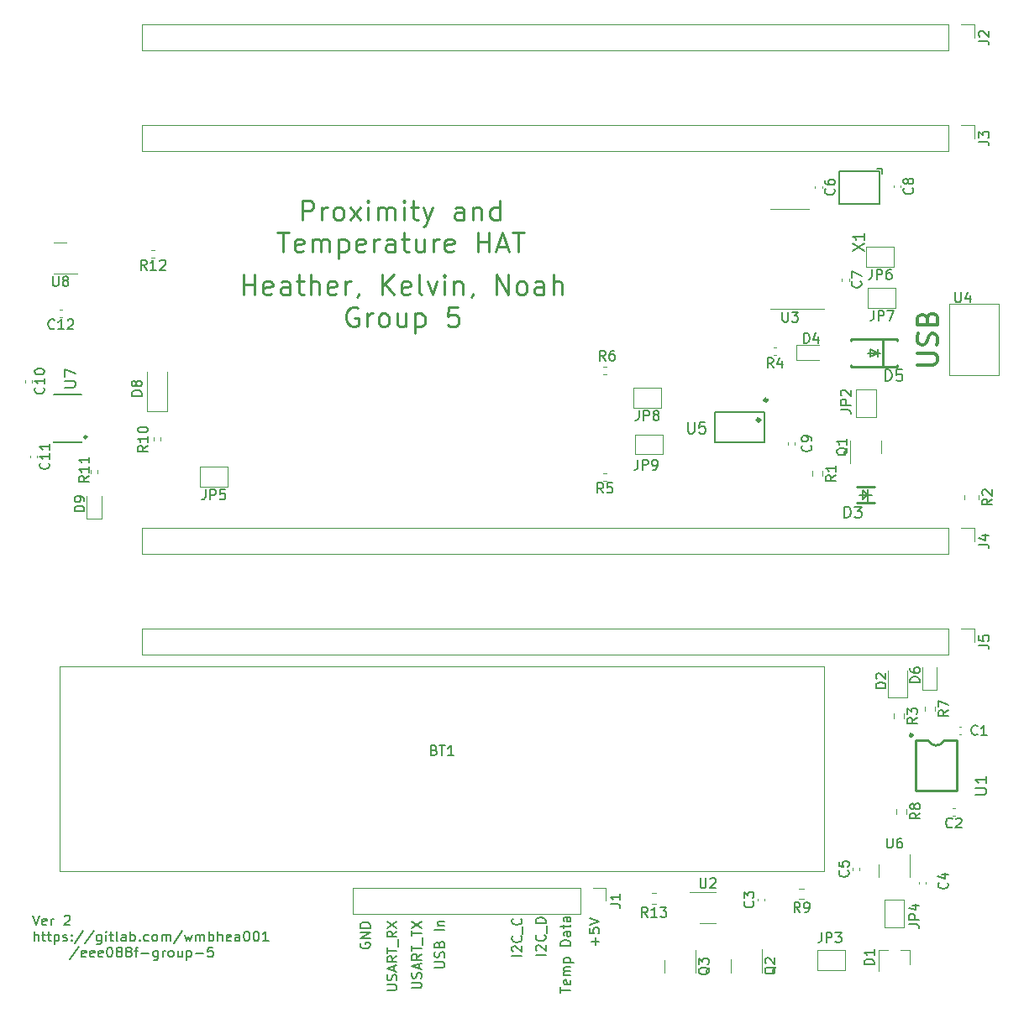
<source format=gbr>
%TF.GenerationSoftware,KiCad,Pcbnew,(6.0.2)*%
%TF.CreationDate,2022-04-08T19:17:50+02:00*%
%TF.ProjectId,main,6d61696e-2e6b-4696-9361-645f70636258,rev?*%
%TF.SameCoordinates,Original*%
%TF.FileFunction,Legend,Top*%
%TF.FilePolarity,Positive*%
%FSLAX46Y46*%
G04 Gerber Fmt 4.6, Leading zero omitted, Abs format (unit mm)*
G04 Created by KiCad (PCBNEW (6.0.2)) date 2022-04-08 19:17:50*
%MOMM*%
%LPD*%
G01*
G04 APERTURE LIST*
%ADD10C,0.300000*%
%ADD11C,0.250000*%
%ADD12C,0.150000*%
%ADD13C,0.152000*%
%ADD14C,0.120000*%
%ADD15C,0.254000*%
%ADD16C,0.127000*%
%ADD17C,0.200000*%
G04 APERTURE END LIST*
D10*
X175942761Y-99043809D02*
X177561809Y-99043809D01*
X177752285Y-98948571D01*
X177847523Y-98853333D01*
X177942761Y-98662857D01*
X177942761Y-98281904D01*
X177847523Y-98091428D01*
X177752285Y-97996190D01*
X177561809Y-97900952D01*
X175942761Y-97900952D01*
X177847523Y-97043809D02*
X177942761Y-96758095D01*
X177942761Y-96281904D01*
X177847523Y-96091428D01*
X177752285Y-95996190D01*
X177561809Y-95900952D01*
X177371333Y-95900952D01*
X177180857Y-95996190D01*
X177085619Y-96091428D01*
X176990380Y-96281904D01*
X176895142Y-96662857D01*
X176799904Y-96853333D01*
X176704666Y-96948571D01*
X176514190Y-97043809D01*
X176323714Y-97043809D01*
X176133238Y-96948571D01*
X176038000Y-96853333D01*
X175942761Y-96662857D01*
X175942761Y-96186666D01*
X176038000Y-95900952D01*
X176895142Y-94377142D02*
X176990380Y-94091428D01*
X177085619Y-93996190D01*
X177276095Y-93900952D01*
X177561809Y-93900952D01*
X177752285Y-93996190D01*
X177847523Y-94091428D01*
X177942761Y-94281904D01*
X177942761Y-95043809D01*
X175942761Y-95043809D01*
X175942761Y-94377142D01*
X176038000Y-94186666D01*
X176133238Y-94091428D01*
X176323714Y-93996190D01*
X176514190Y-93996190D01*
X176704666Y-94091428D01*
X176799904Y-94186666D01*
X176895142Y-94377142D01*
X176895142Y-95043809D01*
D11*
X107980580Y-91979361D02*
X107980580Y-89979361D01*
X107980580Y-90931742D02*
X109123438Y-90931742D01*
X109123438Y-91979361D02*
X109123438Y-89979361D01*
X110837723Y-91884123D02*
X110647247Y-91979361D01*
X110266295Y-91979361D01*
X110075819Y-91884123D01*
X109980580Y-91693647D01*
X109980580Y-90931742D01*
X110075819Y-90741266D01*
X110266295Y-90646028D01*
X110647247Y-90646028D01*
X110837723Y-90741266D01*
X110932961Y-90931742D01*
X110932961Y-91122219D01*
X109980580Y-91312695D01*
X112647247Y-91979361D02*
X112647247Y-90931742D01*
X112552009Y-90741266D01*
X112361533Y-90646028D01*
X111980580Y-90646028D01*
X111790104Y-90741266D01*
X112647247Y-91884123D02*
X112456771Y-91979361D01*
X111980580Y-91979361D01*
X111790104Y-91884123D01*
X111694866Y-91693647D01*
X111694866Y-91503171D01*
X111790104Y-91312695D01*
X111980580Y-91217457D01*
X112456771Y-91217457D01*
X112647247Y-91122219D01*
X113313914Y-90646028D02*
X114075819Y-90646028D01*
X113599628Y-89979361D02*
X113599628Y-91693647D01*
X113694866Y-91884123D01*
X113885342Y-91979361D01*
X114075819Y-91979361D01*
X114742485Y-91979361D02*
X114742485Y-89979361D01*
X115599628Y-91979361D02*
X115599628Y-90931742D01*
X115504390Y-90741266D01*
X115313914Y-90646028D01*
X115028200Y-90646028D01*
X114837723Y-90741266D01*
X114742485Y-90836504D01*
X117313914Y-91884123D02*
X117123438Y-91979361D01*
X116742485Y-91979361D01*
X116552009Y-91884123D01*
X116456771Y-91693647D01*
X116456771Y-90931742D01*
X116552009Y-90741266D01*
X116742485Y-90646028D01*
X117123438Y-90646028D01*
X117313914Y-90741266D01*
X117409152Y-90931742D01*
X117409152Y-91122219D01*
X116456771Y-91312695D01*
X118266295Y-91979361D02*
X118266295Y-90646028D01*
X118266295Y-91026980D02*
X118361533Y-90836504D01*
X118456771Y-90741266D01*
X118647247Y-90646028D01*
X118837723Y-90646028D01*
X119599628Y-91884123D02*
X119599628Y-91979361D01*
X119504390Y-92169838D01*
X119409152Y-92265076D01*
X121980580Y-91979361D02*
X121980580Y-89979361D01*
X123123438Y-91979361D02*
X122266295Y-90836504D01*
X123123438Y-89979361D02*
X121980580Y-91122219D01*
X124742485Y-91884123D02*
X124552009Y-91979361D01*
X124171057Y-91979361D01*
X123980580Y-91884123D01*
X123885342Y-91693647D01*
X123885342Y-90931742D01*
X123980580Y-90741266D01*
X124171057Y-90646028D01*
X124552009Y-90646028D01*
X124742485Y-90741266D01*
X124837723Y-90931742D01*
X124837723Y-91122219D01*
X123885342Y-91312695D01*
X125980580Y-91979361D02*
X125790104Y-91884123D01*
X125694866Y-91693647D01*
X125694866Y-89979361D01*
X126552009Y-90646028D02*
X127028200Y-91979361D01*
X127504390Y-90646028D01*
X128266295Y-91979361D02*
X128266295Y-90646028D01*
X128266295Y-89979361D02*
X128171057Y-90074600D01*
X128266295Y-90169838D01*
X128361533Y-90074600D01*
X128266295Y-89979361D01*
X128266295Y-90169838D01*
X129218676Y-90646028D02*
X129218676Y-91979361D01*
X129218676Y-90836504D02*
X129313914Y-90741266D01*
X129504390Y-90646028D01*
X129790104Y-90646028D01*
X129980580Y-90741266D01*
X130075819Y-90931742D01*
X130075819Y-91979361D01*
X131123438Y-91884123D02*
X131123438Y-91979361D01*
X131028200Y-92169838D01*
X130932961Y-92265076D01*
X133504390Y-91979361D02*
X133504390Y-89979361D01*
X134647247Y-91979361D01*
X134647247Y-89979361D01*
X135885342Y-91979361D02*
X135694866Y-91884123D01*
X135599628Y-91788885D01*
X135504390Y-91598409D01*
X135504390Y-91026980D01*
X135599628Y-90836504D01*
X135694866Y-90741266D01*
X135885342Y-90646028D01*
X136171057Y-90646028D01*
X136361533Y-90741266D01*
X136456771Y-90836504D01*
X136552009Y-91026980D01*
X136552009Y-91598409D01*
X136456771Y-91788885D01*
X136361533Y-91884123D01*
X136171057Y-91979361D01*
X135885342Y-91979361D01*
X138266295Y-91979361D02*
X138266295Y-90931742D01*
X138171057Y-90741266D01*
X137980580Y-90646028D01*
X137599628Y-90646028D01*
X137409152Y-90741266D01*
X138266295Y-91884123D02*
X138075819Y-91979361D01*
X137599628Y-91979361D01*
X137409152Y-91884123D01*
X137313914Y-91693647D01*
X137313914Y-91503171D01*
X137409152Y-91312695D01*
X137599628Y-91217457D01*
X138075819Y-91217457D01*
X138266295Y-91122219D01*
X139218676Y-91979361D02*
X139218676Y-89979361D01*
X140075819Y-91979361D02*
X140075819Y-90931742D01*
X139980580Y-90741266D01*
X139790104Y-90646028D01*
X139504390Y-90646028D01*
X139313914Y-90741266D01*
X139218676Y-90836504D01*
X119504390Y-93294600D02*
X119313914Y-93199361D01*
X119028200Y-93199361D01*
X118742485Y-93294600D01*
X118552009Y-93485076D01*
X118456771Y-93675552D01*
X118361533Y-94056504D01*
X118361533Y-94342219D01*
X118456771Y-94723171D01*
X118552009Y-94913647D01*
X118742485Y-95104123D01*
X119028200Y-95199361D01*
X119218676Y-95199361D01*
X119504390Y-95104123D01*
X119599628Y-95008885D01*
X119599628Y-94342219D01*
X119218676Y-94342219D01*
X120456771Y-95199361D02*
X120456771Y-93866028D01*
X120456771Y-94246980D02*
X120552009Y-94056504D01*
X120647247Y-93961266D01*
X120837723Y-93866028D01*
X121028200Y-93866028D01*
X121980580Y-95199361D02*
X121790104Y-95104123D01*
X121694866Y-95008885D01*
X121599628Y-94818409D01*
X121599628Y-94246980D01*
X121694866Y-94056504D01*
X121790104Y-93961266D01*
X121980580Y-93866028D01*
X122266295Y-93866028D01*
X122456771Y-93961266D01*
X122552009Y-94056504D01*
X122647247Y-94246980D01*
X122647247Y-94818409D01*
X122552009Y-95008885D01*
X122456771Y-95104123D01*
X122266295Y-95199361D01*
X121980580Y-95199361D01*
X124361533Y-93866028D02*
X124361533Y-95199361D01*
X123504390Y-93866028D02*
X123504390Y-94913647D01*
X123599628Y-95104123D01*
X123790104Y-95199361D01*
X124075819Y-95199361D01*
X124266295Y-95104123D01*
X124361533Y-95008885D01*
X125313914Y-93866028D02*
X125313914Y-95866028D01*
X125313914Y-93961266D02*
X125504390Y-93866028D01*
X125885342Y-93866028D01*
X126075819Y-93961266D01*
X126171057Y-94056504D01*
X126266295Y-94246980D01*
X126266295Y-94818409D01*
X126171057Y-95008885D01*
X126075819Y-95104123D01*
X125885342Y-95199361D01*
X125504390Y-95199361D01*
X125313914Y-95104123D01*
X129599628Y-93199361D02*
X128647247Y-93199361D01*
X128552009Y-94151742D01*
X128647247Y-94056504D01*
X128837723Y-93961266D01*
X129313914Y-93961266D01*
X129504390Y-94056504D01*
X129599628Y-94151742D01*
X129694866Y-94342219D01*
X129694866Y-94818409D01*
X129599628Y-95008885D01*
X129504390Y-95104123D01*
X129313914Y-95199361D01*
X128837723Y-95199361D01*
X128647247Y-95104123D01*
X128552009Y-95008885D01*
D12*
X86755938Y-154585780D02*
X87089271Y-155585780D01*
X87422604Y-154585780D01*
X88136890Y-155538161D02*
X88041652Y-155585780D01*
X87851176Y-155585780D01*
X87755938Y-155538161D01*
X87708319Y-155442923D01*
X87708319Y-155061971D01*
X87755938Y-154966733D01*
X87851176Y-154919114D01*
X88041652Y-154919114D01*
X88136890Y-154966733D01*
X88184509Y-155061971D01*
X88184509Y-155157209D01*
X87708319Y-155252447D01*
X88613080Y-155585780D02*
X88613080Y-154919114D01*
X88613080Y-155109590D02*
X88660700Y-155014352D01*
X88708319Y-154966733D01*
X88803557Y-154919114D01*
X88898795Y-154919114D01*
X89946414Y-154681019D02*
X89994033Y-154633400D01*
X90089271Y-154585780D01*
X90327366Y-154585780D01*
X90422604Y-154633400D01*
X90470223Y-154681019D01*
X90517842Y-154776257D01*
X90517842Y-154871495D01*
X90470223Y-155014352D01*
X89898795Y-155585780D01*
X90517842Y-155585780D01*
X86898795Y-157195780D02*
X86898795Y-156195780D01*
X87327366Y-157195780D02*
X87327366Y-156671971D01*
X87279747Y-156576733D01*
X87184509Y-156529114D01*
X87041652Y-156529114D01*
X86946414Y-156576733D01*
X86898795Y-156624352D01*
X87660700Y-156529114D02*
X88041652Y-156529114D01*
X87803557Y-156195780D02*
X87803557Y-157052923D01*
X87851176Y-157148161D01*
X87946414Y-157195780D01*
X88041652Y-157195780D01*
X88232128Y-156529114D02*
X88613080Y-156529114D01*
X88374985Y-156195780D02*
X88374985Y-157052923D01*
X88422604Y-157148161D01*
X88517842Y-157195780D01*
X88613080Y-157195780D01*
X88946414Y-156529114D02*
X88946414Y-157529114D01*
X88946414Y-156576733D02*
X89041652Y-156529114D01*
X89232128Y-156529114D01*
X89327366Y-156576733D01*
X89374985Y-156624352D01*
X89422604Y-156719590D01*
X89422604Y-157005304D01*
X89374985Y-157100542D01*
X89327366Y-157148161D01*
X89232128Y-157195780D01*
X89041652Y-157195780D01*
X88946414Y-157148161D01*
X89803557Y-157148161D02*
X89898795Y-157195780D01*
X90089271Y-157195780D01*
X90184509Y-157148161D01*
X90232128Y-157052923D01*
X90232128Y-157005304D01*
X90184509Y-156910066D01*
X90089271Y-156862447D01*
X89946414Y-156862447D01*
X89851176Y-156814828D01*
X89803557Y-156719590D01*
X89803557Y-156671971D01*
X89851176Y-156576733D01*
X89946414Y-156529114D01*
X90089271Y-156529114D01*
X90184509Y-156576733D01*
X90660700Y-157100542D02*
X90708319Y-157148161D01*
X90660700Y-157195780D01*
X90613080Y-157148161D01*
X90660700Y-157100542D01*
X90660700Y-157195780D01*
X90660700Y-156576733D02*
X90708319Y-156624352D01*
X90660700Y-156671971D01*
X90613080Y-156624352D01*
X90660700Y-156576733D01*
X90660700Y-156671971D01*
X91851176Y-156148161D02*
X90994033Y-157433876D01*
X92898795Y-156148161D02*
X92041652Y-157433876D01*
X93660700Y-156529114D02*
X93660700Y-157338638D01*
X93613080Y-157433876D01*
X93565461Y-157481495D01*
X93470223Y-157529114D01*
X93327366Y-157529114D01*
X93232128Y-157481495D01*
X93660700Y-157148161D02*
X93565461Y-157195780D01*
X93374985Y-157195780D01*
X93279747Y-157148161D01*
X93232128Y-157100542D01*
X93184509Y-157005304D01*
X93184509Y-156719590D01*
X93232128Y-156624352D01*
X93279747Y-156576733D01*
X93374985Y-156529114D01*
X93565461Y-156529114D01*
X93660700Y-156576733D01*
X94136890Y-157195780D02*
X94136890Y-156529114D01*
X94136890Y-156195780D02*
X94089271Y-156243400D01*
X94136890Y-156291019D01*
X94184509Y-156243400D01*
X94136890Y-156195780D01*
X94136890Y-156291019D01*
X94470223Y-156529114D02*
X94851176Y-156529114D01*
X94613080Y-156195780D02*
X94613080Y-157052923D01*
X94660700Y-157148161D01*
X94755938Y-157195780D01*
X94851176Y-157195780D01*
X95327366Y-157195780D02*
X95232128Y-157148161D01*
X95184509Y-157052923D01*
X95184509Y-156195780D01*
X96136890Y-157195780D02*
X96136890Y-156671971D01*
X96089271Y-156576733D01*
X95994033Y-156529114D01*
X95803557Y-156529114D01*
X95708319Y-156576733D01*
X96136890Y-157148161D02*
X96041652Y-157195780D01*
X95803557Y-157195780D01*
X95708319Y-157148161D01*
X95660700Y-157052923D01*
X95660700Y-156957685D01*
X95708319Y-156862447D01*
X95803557Y-156814828D01*
X96041652Y-156814828D01*
X96136890Y-156767209D01*
X96613080Y-157195780D02*
X96613080Y-156195780D01*
X96613080Y-156576733D02*
X96708319Y-156529114D01*
X96898795Y-156529114D01*
X96994033Y-156576733D01*
X97041652Y-156624352D01*
X97089271Y-156719590D01*
X97089271Y-157005304D01*
X97041652Y-157100542D01*
X96994033Y-157148161D01*
X96898795Y-157195780D01*
X96708319Y-157195780D01*
X96613080Y-157148161D01*
X97517842Y-157100542D02*
X97565461Y-157148161D01*
X97517842Y-157195780D01*
X97470223Y-157148161D01*
X97517842Y-157100542D01*
X97517842Y-157195780D01*
X98422604Y-157148161D02*
X98327366Y-157195780D01*
X98136890Y-157195780D01*
X98041652Y-157148161D01*
X97994033Y-157100542D01*
X97946414Y-157005304D01*
X97946414Y-156719590D01*
X97994033Y-156624352D01*
X98041652Y-156576733D01*
X98136890Y-156529114D01*
X98327366Y-156529114D01*
X98422604Y-156576733D01*
X98994033Y-157195780D02*
X98898795Y-157148161D01*
X98851176Y-157100542D01*
X98803557Y-157005304D01*
X98803557Y-156719590D01*
X98851176Y-156624352D01*
X98898795Y-156576733D01*
X98994033Y-156529114D01*
X99136890Y-156529114D01*
X99232128Y-156576733D01*
X99279747Y-156624352D01*
X99327366Y-156719590D01*
X99327366Y-157005304D01*
X99279747Y-157100542D01*
X99232128Y-157148161D01*
X99136890Y-157195780D01*
X98994033Y-157195780D01*
X99755938Y-157195780D02*
X99755938Y-156529114D01*
X99755938Y-156624352D02*
X99803557Y-156576733D01*
X99898795Y-156529114D01*
X100041652Y-156529114D01*
X100136890Y-156576733D01*
X100184509Y-156671971D01*
X100184509Y-157195780D01*
X100184509Y-156671971D02*
X100232128Y-156576733D01*
X100327366Y-156529114D01*
X100470223Y-156529114D01*
X100565461Y-156576733D01*
X100613080Y-156671971D01*
X100613080Y-157195780D01*
X101803557Y-156148161D02*
X100946414Y-157433876D01*
X102041652Y-156529114D02*
X102232128Y-157195780D01*
X102422604Y-156719590D01*
X102613080Y-157195780D01*
X102803557Y-156529114D01*
X103184509Y-157195780D02*
X103184509Y-156529114D01*
X103184509Y-156624352D02*
X103232128Y-156576733D01*
X103327366Y-156529114D01*
X103470223Y-156529114D01*
X103565461Y-156576733D01*
X103613080Y-156671971D01*
X103613080Y-157195780D01*
X103613080Y-156671971D02*
X103660700Y-156576733D01*
X103755938Y-156529114D01*
X103898795Y-156529114D01*
X103994033Y-156576733D01*
X104041652Y-156671971D01*
X104041652Y-157195780D01*
X104517842Y-157195780D02*
X104517842Y-156195780D01*
X104517842Y-156576733D02*
X104613080Y-156529114D01*
X104803557Y-156529114D01*
X104898795Y-156576733D01*
X104946414Y-156624352D01*
X104994033Y-156719590D01*
X104994033Y-157005304D01*
X104946414Y-157100542D01*
X104898795Y-157148161D01*
X104803557Y-157195780D01*
X104613080Y-157195780D01*
X104517842Y-157148161D01*
X105422604Y-157195780D02*
X105422604Y-156195780D01*
X105851176Y-157195780D02*
X105851176Y-156671971D01*
X105803557Y-156576733D01*
X105708319Y-156529114D01*
X105565461Y-156529114D01*
X105470223Y-156576733D01*
X105422604Y-156624352D01*
X106708319Y-157148161D02*
X106613080Y-157195780D01*
X106422604Y-157195780D01*
X106327366Y-157148161D01*
X106279747Y-157052923D01*
X106279747Y-156671971D01*
X106327366Y-156576733D01*
X106422604Y-156529114D01*
X106613080Y-156529114D01*
X106708319Y-156576733D01*
X106755938Y-156671971D01*
X106755938Y-156767209D01*
X106279747Y-156862447D01*
X107613080Y-157195780D02*
X107613080Y-156671971D01*
X107565461Y-156576733D01*
X107470223Y-156529114D01*
X107279747Y-156529114D01*
X107184509Y-156576733D01*
X107613080Y-157148161D02*
X107517842Y-157195780D01*
X107279747Y-157195780D01*
X107184509Y-157148161D01*
X107136890Y-157052923D01*
X107136890Y-156957685D01*
X107184509Y-156862447D01*
X107279747Y-156814828D01*
X107517842Y-156814828D01*
X107613080Y-156767209D01*
X108279747Y-156195780D02*
X108374985Y-156195780D01*
X108470223Y-156243400D01*
X108517842Y-156291019D01*
X108565461Y-156386257D01*
X108613080Y-156576733D01*
X108613080Y-156814828D01*
X108565461Y-157005304D01*
X108517842Y-157100542D01*
X108470223Y-157148161D01*
X108374985Y-157195780D01*
X108279747Y-157195780D01*
X108184509Y-157148161D01*
X108136890Y-157100542D01*
X108089271Y-157005304D01*
X108041652Y-156814828D01*
X108041652Y-156576733D01*
X108089271Y-156386257D01*
X108136890Y-156291019D01*
X108184509Y-156243400D01*
X108279747Y-156195780D01*
X109232128Y-156195780D02*
X109327366Y-156195780D01*
X109422604Y-156243400D01*
X109470223Y-156291019D01*
X109517842Y-156386257D01*
X109565461Y-156576733D01*
X109565461Y-156814828D01*
X109517842Y-157005304D01*
X109470223Y-157100542D01*
X109422604Y-157148161D01*
X109327366Y-157195780D01*
X109232128Y-157195780D01*
X109136890Y-157148161D01*
X109089271Y-157100542D01*
X109041652Y-157005304D01*
X108994033Y-156814828D01*
X108994033Y-156576733D01*
X109041652Y-156386257D01*
X109089271Y-156291019D01*
X109136890Y-156243400D01*
X109232128Y-156195780D01*
X110517842Y-157195780D02*
X109946414Y-157195780D01*
X110232128Y-157195780D02*
X110232128Y-156195780D01*
X110136890Y-156338638D01*
X110041652Y-156433876D01*
X109946414Y-156481495D01*
X91374985Y-157758161D02*
X90517842Y-159043876D01*
X92089271Y-158758161D02*
X91994033Y-158805780D01*
X91803557Y-158805780D01*
X91708319Y-158758161D01*
X91660700Y-158662923D01*
X91660700Y-158281971D01*
X91708319Y-158186733D01*
X91803557Y-158139114D01*
X91994033Y-158139114D01*
X92089271Y-158186733D01*
X92136890Y-158281971D01*
X92136890Y-158377209D01*
X91660700Y-158472447D01*
X92946414Y-158758161D02*
X92851176Y-158805780D01*
X92660700Y-158805780D01*
X92565461Y-158758161D01*
X92517842Y-158662923D01*
X92517842Y-158281971D01*
X92565461Y-158186733D01*
X92660700Y-158139114D01*
X92851176Y-158139114D01*
X92946414Y-158186733D01*
X92994033Y-158281971D01*
X92994033Y-158377209D01*
X92517842Y-158472447D01*
X93803557Y-158758161D02*
X93708319Y-158805780D01*
X93517842Y-158805780D01*
X93422604Y-158758161D01*
X93374985Y-158662923D01*
X93374985Y-158281971D01*
X93422604Y-158186733D01*
X93517842Y-158139114D01*
X93708319Y-158139114D01*
X93803557Y-158186733D01*
X93851176Y-158281971D01*
X93851176Y-158377209D01*
X93374985Y-158472447D01*
X94470223Y-157805780D02*
X94565461Y-157805780D01*
X94660700Y-157853400D01*
X94708319Y-157901019D01*
X94755938Y-157996257D01*
X94803557Y-158186733D01*
X94803557Y-158424828D01*
X94755938Y-158615304D01*
X94708319Y-158710542D01*
X94660700Y-158758161D01*
X94565461Y-158805780D01*
X94470223Y-158805780D01*
X94374985Y-158758161D01*
X94327366Y-158710542D01*
X94279747Y-158615304D01*
X94232128Y-158424828D01*
X94232128Y-158186733D01*
X94279747Y-157996257D01*
X94327366Y-157901019D01*
X94374985Y-157853400D01*
X94470223Y-157805780D01*
X95374985Y-158234352D02*
X95279747Y-158186733D01*
X95232128Y-158139114D01*
X95184509Y-158043876D01*
X95184509Y-157996257D01*
X95232128Y-157901019D01*
X95279747Y-157853400D01*
X95374985Y-157805780D01*
X95565461Y-157805780D01*
X95660700Y-157853400D01*
X95708319Y-157901019D01*
X95755938Y-157996257D01*
X95755938Y-158043876D01*
X95708319Y-158139114D01*
X95660700Y-158186733D01*
X95565461Y-158234352D01*
X95374985Y-158234352D01*
X95279747Y-158281971D01*
X95232128Y-158329590D01*
X95184509Y-158424828D01*
X95184509Y-158615304D01*
X95232128Y-158710542D01*
X95279747Y-158758161D01*
X95374985Y-158805780D01*
X95565461Y-158805780D01*
X95660700Y-158758161D01*
X95708319Y-158710542D01*
X95755938Y-158615304D01*
X95755938Y-158424828D01*
X95708319Y-158329590D01*
X95660700Y-158281971D01*
X95565461Y-158234352D01*
X96327366Y-158234352D02*
X96232128Y-158186733D01*
X96184509Y-158139114D01*
X96136890Y-158043876D01*
X96136890Y-157996257D01*
X96184509Y-157901019D01*
X96232128Y-157853400D01*
X96327366Y-157805780D01*
X96517842Y-157805780D01*
X96613080Y-157853400D01*
X96660700Y-157901019D01*
X96708319Y-157996257D01*
X96708319Y-158043876D01*
X96660700Y-158139114D01*
X96613080Y-158186733D01*
X96517842Y-158234352D01*
X96327366Y-158234352D01*
X96232128Y-158281971D01*
X96184509Y-158329590D01*
X96136890Y-158424828D01*
X96136890Y-158615304D01*
X96184509Y-158710542D01*
X96232128Y-158758161D01*
X96327366Y-158805780D01*
X96517842Y-158805780D01*
X96613080Y-158758161D01*
X96660700Y-158710542D01*
X96708319Y-158615304D01*
X96708319Y-158424828D01*
X96660700Y-158329590D01*
X96613080Y-158281971D01*
X96517842Y-158234352D01*
X96994033Y-158139114D02*
X97374985Y-158139114D01*
X97136890Y-158805780D02*
X97136890Y-157948638D01*
X97184509Y-157853400D01*
X97279747Y-157805780D01*
X97374985Y-157805780D01*
X97708319Y-158424828D02*
X98470223Y-158424828D01*
X99374985Y-158139114D02*
X99374985Y-158948638D01*
X99327366Y-159043876D01*
X99279747Y-159091495D01*
X99184509Y-159139114D01*
X99041652Y-159139114D01*
X98946414Y-159091495D01*
X99374985Y-158758161D02*
X99279747Y-158805780D01*
X99089271Y-158805780D01*
X98994033Y-158758161D01*
X98946414Y-158710542D01*
X98898795Y-158615304D01*
X98898795Y-158329590D01*
X98946414Y-158234352D01*
X98994033Y-158186733D01*
X99089271Y-158139114D01*
X99279747Y-158139114D01*
X99374985Y-158186733D01*
X99851176Y-158805780D02*
X99851176Y-158139114D01*
X99851176Y-158329590D02*
X99898795Y-158234352D01*
X99946414Y-158186733D01*
X100041652Y-158139114D01*
X100136890Y-158139114D01*
X100613080Y-158805780D02*
X100517842Y-158758161D01*
X100470223Y-158710542D01*
X100422604Y-158615304D01*
X100422604Y-158329590D01*
X100470223Y-158234352D01*
X100517842Y-158186733D01*
X100613080Y-158139114D01*
X100755938Y-158139114D01*
X100851176Y-158186733D01*
X100898795Y-158234352D01*
X100946414Y-158329590D01*
X100946414Y-158615304D01*
X100898795Y-158710542D01*
X100851176Y-158758161D01*
X100755938Y-158805780D01*
X100613080Y-158805780D01*
X101803557Y-158139114D02*
X101803557Y-158805780D01*
X101374985Y-158139114D02*
X101374985Y-158662923D01*
X101422604Y-158758161D01*
X101517842Y-158805780D01*
X101660700Y-158805780D01*
X101755938Y-158758161D01*
X101803557Y-158710542D01*
X102279747Y-158139114D02*
X102279747Y-159139114D01*
X102279747Y-158186733D02*
X102374985Y-158139114D01*
X102565461Y-158139114D01*
X102660700Y-158186733D01*
X102708319Y-158234352D01*
X102755938Y-158329590D01*
X102755938Y-158615304D01*
X102708319Y-158710542D01*
X102660700Y-158758161D01*
X102565461Y-158805780D01*
X102374985Y-158805780D01*
X102279747Y-158758161D01*
X103184509Y-158424828D02*
X103946414Y-158424828D01*
X104898795Y-157805780D02*
X104422604Y-157805780D01*
X104374985Y-158281971D01*
X104422604Y-158234352D01*
X104517842Y-158186733D01*
X104755938Y-158186733D01*
X104851176Y-158234352D01*
X104898795Y-158281971D01*
X104946414Y-158377209D01*
X104946414Y-158615304D01*
X104898795Y-158710542D01*
X104851176Y-158758161D01*
X104755938Y-158805780D01*
X104517842Y-158805780D01*
X104422604Y-158758161D01*
X104374985Y-158710542D01*
D11*
X113898019Y-84460961D02*
X113898019Y-82460961D01*
X114659923Y-82460961D01*
X114850400Y-82556200D01*
X114945638Y-82651438D01*
X115040876Y-82841914D01*
X115040876Y-83127628D01*
X114945638Y-83318104D01*
X114850400Y-83413342D01*
X114659923Y-83508580D01*
X113898019Y-83508580D01*
X115898019Y-84460961D02*
X115898019Y-83127628D01*
X115898019Y-83508580D02*
X115993257Y-83318104D01*
X116088495Y-83222866D01*
X116278971Y-83127628D01*
X116469447Y-83127628D01*
X117421828Y-84460961D02*
X117231352Y-84365723D01*
X117136114Y-84270485D01*
X117040876Y-84080009D01*
X117040876Y-83508580D01*
X117136114Y-83318104D01*
X117231352Y-83222866D01*
X117421828Y-83127628D01*
X117707542Y-83127628D01*
X117898019Y-83222866D01*
X117993257Y-83318104D01*
X118088495Y-83508580D01*
X118088495Y-84080009D01*
X117993257Y-84270485D01*
X117898019Y-84365723D01*
X117707542Y-84460961D01*
X117421828Y-84460961D01*
X118755161Y-84460961D02*
X119802780Y-83127628D01*
X118755161Y-83127628D02*
X119802780Y-84460961D01*
X120564685Y-84460961D02*
X120564685Y-83127628D01*
X120564685Y-82460961D02*
X120469447Y-82556200D01*
X120564685Y-82651438D01*
X120659923Y-82556200D01*
X120564685Y-82460961D01*
X120564685Y-82651438D01*
X121517066Y-84460961D02*
X121517066Y-83127628D01*
X121517066Y-83318104D02*
X121612304Y-83222866D01*
X121802780Y-83127628D01*
X122088495Y-83127628D01*
X122278971Y-83222866D01*
X122374209Y-83413342D01*
X122374209Y-84460961D01*
X122374209Y-83413342D02*
X122469447Y-83222866D01*
X122659923Y-83127628D01*
X122945638Y-83127628D01*
X123136114Y-83222866D01*
X123231352Y-83413342D01*
X123231352Y-84460961D01*
X124183733Y-84460961D02*
X124183733Y-83127628D01*
X124183733Y-82460961D02*
X124088495Y-82556200D01*
X124183733Y-82651438D01*
X124278971Y-82556200D01*
X124183733Y-82460961D01*
X124183733Y-82651438D01*
X124850400Y-83127628D02*
X125612304Y-83127628D01*
X125136114Y-82460961D02*
X125136114Y-84175247D01*
X125231352Y-84365723D01*
X125421828Y-84460961D01*
X125612304Y-84460961D01*
X126088495Y-83127628D02*
X126564685Y-84460961D01*
X127040876Y-83127628D02*
X126564685Y-84460961D01*
X126374209Y-84937152D01*
X126278971Y-85032390D01*
X126088495Y-85127628D01*
X130183733Y-84460961D02*
X130183733Y-83413342D01*
X130088495Y-83222866D01*
X129898019Y-83127628D01*
X129517066Y-83127628D01*
X129326590Y-83222866D01*
X130183733Y-84365723D02*
X129993257Y-84460961D01*
X129517066Y-84460961D01*
X129326590Y-84365723D01*
X129231352Y-84175247D01*
X129231352Y-83984771D01*
X129326590Y-83794295D01*
X129517066Y-83699057D01*
X129993257Y-83699057D01*
X130183733Y-83603819D01*
X131136114Y-83127628D02*
X131136114Y-84460961D01*
X131136114Y-83318104D02*
X131231352Y-83222866D01*
X131421828Y-83127628D01*
X131707542Y-83127628D01*
X131898019Y-83222866D01*
X131993257Y-83413342D01*
X131993257Y-84460961D01*
X133802780Y-84460961D02*
X133802780Y-82460961D01*
X133802780Y-84365723D02*
X133612304Y-84460961D01*
X133231352Y-84460961D01*
X133040876Y-84365723D01*
X132945638Y-84270485D01*
X132850400Y-84080009D01*
X132850400Y-83508580D01*
X132945638Y-83318104D01*
X133040876Y-83222866D01*
X133231352Y-83127628D01*
X133612304Y-83127628D01*
X133802780Y-83222866D01*
X111421828Y-85680961D02*
X112564685Y-85680961D01*
X111993257Y-87680961D02*
X111993257Y-85680961D01*
X113993257Y-87585723D02*
X113802780Y-87680961D01*
X113421828Y-87680961D01*
X113231352Y-87585723D01*
X113136114Y-87395247D01*
X113136114Y-86633342D01*
X113231352Y-86442866D01*
X113421828Y-86347628D01*
X113802780Y-86347628D01*
X113993257Y-86442866D01*
X114088495Y-86633342D01*
X114088495Y-86823819D01*
X113136114Y-87014295D01*
X114945638Y-87680961D02*
X114945638Y-86347628D01*
X114945638Y-86538104D02*
X115040876Y-86442866D01*
X115231352Y-86347628D01*
X115517066Y-86347628D01*
X115707542Y-86442866D01*
X115802780Y-86633342D01*
X115802780Y-87680961D01*
X115802780Y-86633342D02*
X115898019Y-86442866D01*
X116088495Y-86347628D01*
X116374209Y-86347628D01*
X116564685Y-86442866D01*
X116659923Y-86633342D01*
X116659923Y-87680961D01*
X117612304Y-86347628D02*
X117612304Y-88347628D01*
X117612304Y-86442866D02*
X117802780Y-86347628D01*
X118183733Y-86347628D01*
X118374209Y-86442866D01*
X118469447Y-86538104D01*
X118564685Y-86728580D01*
X118564685Y-87300009D01*
X118469447Y-87490485D01*
X118374209Y-87585723D01*
X118183733Y-87680961D01*
X117802780Y-87680961D01*
X117612304Y-87585723D01*
X120183733Y-87585723D02*
X119993257Y-87680961D01*
X119612304Y-87680961D01*
X119421828Y-87585723D01*
X119326590Y-87395247D01*
X119326590Y-86633342D01*
X119421828Y-86442866D01*
X119612304Y-86347628D01*
X119993257Y-86347628D01*
X120183733Y-86442866D01*
X120278971Y-86633342D01*
X120278971Y-86823819D01*
X119326590Y-87014295D01*
X121136114Y-87680961D02*
X121136114Y-86347628D01*
X121136114Y-86728580D02*
X121231352Y-86538104D01*
X121326590Y-86442866D01*
X121517066Y-86347628D01*
X121707542Y-86347628D01*
X123231352Y-87680961D02*
X123231352Y-86633342D01*
X123136114Y-86442866D01*
X122945638Y-86347628D01*
X122564685Y-86347628D01*
X122374209Y-86442866D01*
X123231352Y-87585723D02*
X123040876Y-87680961D01*
X122564685Y-87680961D01*
X122374209Y-87585723D01*
X122278971Y-87395247D01*
X122278971Y-87204771D01*
X122374209Y-87014295D01*
X122564685Y-86919057D01*
X123040876Y-86919057D01*
X123231352Y-86823819D01*
X123898019Y-86347628D02*
X124659923Y-86347628D01*
X124183733Y-85680961D02*
X124183733Y-87395247D01*
X124278971Y-87585723D01*
X124469447Y-87680961D01*
X124659923Y-87680961D01*
X126183733Y-86347628D02*
X126183733Y-87680961D01*
X125326590Y-86347628D02*
X125326590Y-87395247D01*
X125421828Y-87585723D01*
X125612304Y-87680961D01*
X125898019Y-87680961D01*
X126088495Y-87585723D01*
X126183733Y-87490485D01*
X127136114Y-87680961D02*
X127136114Y-86347628D01*
X127136114Y-86728580D02*
X127231352Y-86538104D01*
X127326590Y-86442866D01*
X127517066Y-86347628D01*
X127707542Y-86347628D01*
X129136114Y-87585723D02*
X128945638Y-87680961D01*
X128564685Y-87680961D01*
X128374209Y-87585723D01*
X128278971Y-87395247D01*
X128278971Y-86633342D01*
X128374209Y-86442866D01*
X128564685Y-86347628D01*
X128945638Y-86347628D01*
X129136114Y-86442866D01*
X129231352Y-86633342D01*
X129231352Y-86823819D01*
X128278971Y-87014295D01*
X131612304Y-87680961D02*
X131612304Y-85680961D01*
X131612304Y-86633342D02*
X132755161Y-86633342D01*
X132755161Y-87680961D02*
X132755161Y-85680961D01*
X133612304Y-87109533D02*
X134564685Y-87109533D01*
X133421828Y-87680961D02*
X134088495Y-85680961D01*
X134755161Y-87680961D01*
X135136114Y-85680961D02*
X136278971Y-85680961D01*
X135707542Y-87680961D02*
X135707542Y-85680961D01*
D12*
X143471428Y-157610714D02*
X143471428Y-156848809D01*
X143852380Y-157229761D02*
X143090476Y-157229761D01*
X142852380Y-155896428D02*
X142852380Y-156372619D01*
X143328571Y-156420238D01*
X143280952Y-156372619D01*
X143233333Y-156277380D01*
X143233333Y-156039285D01*
X143280952Y-155944047D01*
X143328571Y-155896428D01*
X143423809Y-155848809D01*
X143661904Y-155848809D01*
X143757142Y-155896428D01*
X143804761Y-155944047D01*
X143852380Y-156039285D01*
X143852380Y-156277380D01*
X143804761Y-156372619D01*
X143757142Y-156420238D01*
X142852380Y-155563095D02*
X143852380Y-155229761D01*
X142852380Y-154896428D01*
X127252380Y-159858333D02*
X128061904Y-159858333D01*
X128157142Y-159810714D01*
X128204761Y-159763095D01*
X128252380Y-159667857D01*
X128252380Y-159477380D01*
X128204761Y-159382142D01*
X128157142Y-159334523D01*
X128061904Y-159286904D01*
X127252380Y-159286904D01*
X128204761Y-158858333D02*
X128252380Y-158715476D01*
X128252380Y-158477380D01*
X128204761Y-158382142D01*
X128157142Y-158334523D01*
X128061904Y-158286904D01*
X127966666Y-158286904D01*
X127871428Y-158334523D01*
X127823809Y-158382142D01*
X127776190Y-158477380D01*
X127728571Y-158667857D01*
X127680952Y-158763095D01*
X127633333Y-158810714D01*
X127538095Y-158858333D01*
X127442857Y-158858333D01*
X127347619Y-158810714D01*
X127300000Y-158763095D01*
X127252380Y-158667857D01*
X127252380Y-158429761D01*
X127300000Y-158286904D01*
X127728571Y-157525000D02*
X127776190Y-157382142D01*
X127823809Y-157334523D01*
X127919047Y-157286904D01*
X128061904Y-157286904D01*
X128157142Y-157334523D01*
X128204761Y-157382142D01*
X128252380Y-157477380D01*
X128252380Y-157858333D01*
X127252380Y-157858333D01*
X127252380Y-157525000D01*
X127300000Y-157429761D01*
X127347619Y-157382142D01*
X127442857Y-157334523D01*
X127538095Y-157334523D01*
X127633333Y-157382142D01*
X127680952Y-157429761D01*
X127728571Y-157525000D01*
X127728571Y-157858333D01*
X128252380Y-156096428D02*
X127252380Y-156096428D01*
X127585714Y-155620238D02*
X128252380Y-155620238D01*
X127680952Y-155620238D02*
X127633333Y-155572619D01*
X127585714Y-155477380D01*
X127585714Y-155334523D01*
X127633333Y-155239285D01*
X127728571Y-155191666D01*
X128252380Y-155191666D01*
X139952380Y-162429761D02*
X139952380Y-161858333D01*
X140952380Y-162144047D02*
X139952380Y-162144047D01*
X140904761Y-161144047D02*
X140952380Y-161239285D01*
X140952380Y-161429761D01*
X140904761Y-161525000D01*
X140809523Y-161572619D01*
X140428571Y-161572619D01*
X140333333Y-161525000D01*
X140285714Y-161429761D01*
X140285714Y-161239285D01*
X140333333Y-161144047D01*
X140428571Y-161096428D01*
X140523809Y-161096428D01*
X140619047Y-161572619D01*
X140952380Y-160667857D02*
X140285714Y-160667857D01*
X140380952Y-160667857D02*
X140333333Y-160620238D01*
X140285714Y-160525000D01*
X140285714Y-160382142D01*
X140333333Y-160286904D01*
X140428571Y-160239285D01*
X140952380Y-160239285D01*
X140428571Y-160239285D02*
X140333333Y-160191666D01*
X140285714Y-160096428D01*
X140285714Y-159953571D01*
X140333333Y-159858333D01*
X140428571Y-159810714D01*
X140952380Y-159810714D01*
X140285714Y-159334523D02*
X141285714Y-159334523D01*
X140333333Y-159334523D02*
X140285714Y-159239285D01*
X140285714Y-159048809D01*
X140333333Y-158953571D01*
X140380952Y-158905952D01*
X140476190Y-158858333D01*
X140761904Y-158858333D01*
X140857142Y-158905952D01*
X140904761Y-158953571D01*
X140952380Y-159048809D01*
X140952380Y-159239285D01*
X140904761Y-159334523D01*
X140952380Y-157667857D02*
X139952380Y-157667857D01*
X139952380Y-157429761D01*
X140000000Y-157286904D01*
X140095238Y-157191666D01*
X140190476Y-157144047D01*
X140380952Y-157096428D01*
X140523809Y-157096428D01*
X140714285Y-157144047D01*
X140809523Y-157191666D01*
X140904761Y-157286904D01*
X140952380Y-157429761D01*
X140952380Y-157667857D01*
X140952380Y-156239285D02*
X140428571Y-156239285D01*
X140333333Y-156286904D01*
X140285714Y-156382142D01*
X140285714Y-156572619D01*
X140333333Y-156667857D01*
X140904761Y-156239285D02*
X140952380Y-156334523D01*
X140952380Y-156572619D01*
X140904761Y-156667857D01*
X140809523Y-156715476D01*
X140714285Y-156715476D01*
X140619047Y-156667857D01*
X140571428Y-156572619D01*
X140571428Y-156334523D01*
X140523809Y-156239285D01*
X140285714Y-155905952D02*
X140285714Y-155525000D01*
X139952380Y-155763095D02*
X140809523Y-155763095D01*
X140904761Y-155715476D01*
X140952380Y-155620238D01*
X140952380Y-155525000D01*
X140952380Y-154763095D02*
X140428571Y-154763095D01*
X140333333Y-154810714D01*
X140285714Y-154905952D01*
X140285714Y-155096428D01*
X140333333Y-155191666D01*
X140904761Y-154763095D02*
X140952380Y-154858333D01*
X140952380Y-155096428D01*
X140904761Y-155191666D01*
X140809523Y-155239285D01*
X140714285Y-155239285D01*
X140619047Y-155191666D01*
X140571428Y-155096428D01*
X140571428Y-154858333D01*
X140523809Y-154763095D01*
X124952380Y-161934523D02*
X125761904Y-161934523D01*
X125857142Y-161886904D01*
X125904761Y-161839285D01*
X125952380Y-161744047D01*
X125952380Y-161553571D01*
X125904761Y-161458333D01*
X125857142Y-161410714D01*
X125761904Y-161363095D01*
X124952380Y-161363095D01*
X125904761Y-160934523D02*
X125952380Y-160791666D01*
X125952380Y-160553571D01*
X125904761Y-160458333D01*
X125857142Y-160410714D01*
X125761904Y-160363095D01*
X125666666Y-160363095D01*
X125571428Y-160410714D01*
X125523809Y-160458333D01*
X125476190Y-160553571D01*
X125428571Y-160744047D01*
X125380952Y-160839285D01*
X125333333Y-160886904D01*
X125238095Y-160934523D01*
X125142857Y-160934523D01*
X125047619Y-160886904D01*
X125000000Y-160839285D01*
X124952380Y-160744047D01*
X124952380Y-160505952D01*
X125000000Y-160363095D01*
X125666666Y-159982142D02*
X125666666Y-159505952D01*
X125952380Y-160077380D02*
X124952380Y-159744047D01*
X125952380Y-159410714D01*
X125952380Y-158505952D02*
X125476190Y-158839285D01*
X125952380Y-159077380D02*
X124952380Y-159077380D01*
X124952380Y-158696428D01*
X125000000Y-158601190D01*
X125047619Y-158553571D01*
X125142857Y-158505952D01*
X125285714Y-158505952D01*
X125380952Y-158553571D01*
X125428571Y-158601190D01*
X125476190Y-158696428D01*
X125476190Y-159077380D01*
X124952380Y-158220238D02*
X124952380Y-157648809D01*
X125952380Y-157934523D02*
X124952380Y-157934523D01*
X126047619Y-157553571D02*
X126047619Y-156791666D01*
X124952380Y-156696428D02*
X124952380Y-156125000D01*
X125952380Y-156410714D02*
X124952380Y-156410714D01*
X124952380Y-155886904D02*
X125952380Y-155220238D01*
X124952380Y-155220238D02*
X125952380Y-155886904D01*
X138452380Y-158582142D02*
X137452380Y-158582142D01*
X137547619Y-158153571D02*
X137500000Y-158105952D01*
X137452380Y-158010714D01*
X137452380Y-157772619D01*
X137500000Y-157677380D01*
X137547619Y-157629761D01*
X137642857Y-157582142D01*
X137738095Y-157582142D01*
X137880952Y-157629761D01*
X138452380Y-158201190D01*
X138452380Y-157582142D01*
X138357142Y-156582142D02*
X138404761Y-156629761D01*
X138452380Y-156772619D01*
X138452380Y-156867857D01*
X138404761Y-157010714D01*
X138309523Y-157105952D01*
X138214285Y-157153571D01*
X138023809Y-157201190D01*
X137880952Y-157201190D01*
X137690476Y-157153571D01*
X137595238Y-157105952D01*
X137500000Y-157010714D01*
X137452380Y-156867857D01*
X137452380Y-156772619D01*
X137500000Y-156629761D01*
X137547619Y-156582142D01*
X138547619Y-156391666D02*
X138547619Y-155629761D01*
X138452380Y-155391666D02*
X137452380Y-155391666D01*
X137452380Y-155153571D01*
X137500000Y-155010714D01*
X137595238Y-154915476D01*
X137690476Y-154867857D01*
X137880952Y-154820238D01*
X138023809Y-154820238D01*
X138214285Y-154867857D01*
X138309523Y-154915476D01*
X138404761Y-155010714D01*
X138452380Y-155153571D01*
X138452380Y-155391666D01*
X122452380Y-162153571D02*
X123261904Y-162153571D01*
X123357142Y-162105952D01*
X123404761Y-162058333D01*
X123452380Y-161963095D01*
X123452380Y-161772619D01*
X123404761Y-161677380D01*
X123357142Y-161629761D01*
X123261904Y-161582142D01*
X122452380Y-161582142D01*
X123404761Y-161153571D02*
X123452380Y-161010714D01*
X123452380Y-160772619D01*
X123404761Y-160677380D01*
X123357142Y-160629761D01*
X123261904Y-160582142D01*
X123166666Y-160582142D01*
X123071428Y-160629761D01*
X123023809Y-160677380D01*
X122976190Y-160772619D01*
X122928571Y-160963095D01*
X122880952Y-161058333D01*
X122833333Y-161105952D01*
X122738095Y-161153571D01*
X122642857Y-161153571D01*
X122547619Y-161105952D01*
X122500000Y-161058333D01*
X122452380Y-160963095D01*
X122452380Y-160725000D01*
X122500000Y-160582142D01*
X123166666Y-160201190D02*
X123166666Y-159725000D01*
X123452380Y-160296428D02*
X122452380Y-159963095D01*
X123452380Y-159629761D01*
X123452380Y-158725000D02*
X122976190Y-159058333D01*
X123452380Y-159296428D02*
X122452380Y-159296428D01*
X122452380Y-158915476D01*
X122500000Y-158820238D01*
X122547619Y-158772619D01*
X122642857Y-158725000D01*
X122785714Y-158725000D01*
X122880952Y-158772619D01*
X122928571Y-158820238D01*
X122976190Y-158915476D01*
X122976190Y-159296428D01*
X122452380Y-158439285D02*
X122452380Y-157867857D01*
X123452380Y-158153571D02*
X122452380Y-158153571D01*
X123547619Y-157772619D02*
X123547619Y-157010714D01*
X123452380Y-156201190D02*
X122976190Y-156534523D01*
X123452380Y-156772619D02*
X122452380Y-156772619D01*
X122452380Y-156391666D01*
X122500000Y-156296428D01*
X122547619Y-156248809D01*
X122642857Y-156201190D01*
X122785714Y-156201190D01*
X122880952Y-156248809D01*
X122928571Y-156296428D01*
X122976190Y-156391666D01*
X122976190Y-156772619D01*
X122452380Y-155867857D02*
X123452380Y-155201190D01*
X122452380Y-155201190D02*
X123452380Y-155867857D01*
X136052380Y-158682142D02*
X135052380Y-158682142D01*
X135147619Y-158253571D02*
X135100000Y-158205952D01*
X135052380Y-158110714D01*
X135052380Y-157872619D01*
X135100000Y-157777380D01*
X135147619Y-157729761D01*
X135242857Y-157682142D01*
X135338095Y-157682142D01*
X135480952Y-157729761D01*
X136052380Y-158301190D01*
X136052380Y-157682142D01*
X135957142Y-156682142D02*
X136004761Y-156729761D01*
X136052380Y-156872619D01*
X136052380Y-156967857D01*
X136004761Y-157110714D01*
X135909523Y-157205952D01*
X135814285Y-157253571D01*
X135623809Y-157301190D01*
X135480952Y-157301190D01*
X135290476Y-157253571D01*
X135195238Y-157205952D01*
X135100000Y-157110714D01*
X135052380Y-156967857D01*
X135052380Y-156872619D01*
X135100000Y-156729761D01*
X135147619Y-156682142D01*
X136147619Y-156491666D02*
X136147619Y-155729761D01*
X135957142Y-154920238D02*
X136004761Y-154967857D01*
X136052380Y-155110714D01*
X136052380Y-155205952D01*
X136004761Y-155348809D01*
X135909523Y-155444047D01*
X135814285Y-155491666D01*
X135623809Y-155539285D01*
X135480952Y-155539285D01*
X135290476Y-155491666D01*
X135195238Y-155444047D01*
X135100000Y-155348809D01*
X135052380Y-155205952D01*
X135052380Y-155110714D01*
X135100000Y-154967857D01*
X135147619Y-154920238D01*
X119800000Y-157386904D02*
X119752380Y-157482142D01*
X119752380Y-157625000D01*
X119800000Y-157767857D01*
X119895238Y-157863095D01*
X119990476Y-157910714D01*
X120180952Y-157958333D01*
X120323809Y-157958333D01*
X120514285Y-157910714D01*
X120609523Y-157863095D01*
X120704761Y-157767857D01*
X120752380Y-157625000D01*
X120752380Y-157529761D01*
X120704761Y-157386904D01*
X120657142Y-157339285D01*
X120323809Y-157339285D01*
X120323809Y-157529761D01*
X120752380Y-156910714D02*
X119752380Y-156910714D01*
X120752380Y-156339285D01*
X119752380Y-156339285D01*
X120752380Y-155863095D02*
X119752380Y-155863095D01*
X119752380Y-155625000D01*
X119800000Y-155482142D01*
X119895238Y-155386904D01*
X119990476Y-155339285D01*
X120180952Y-155291666D01*
X120323809Y-155291666D01*
X120514285Y-155339285D01*
X120609523Y-155386904D01*
X120704761Y-155482142D01*
X120752380Y-155625000D01*
X120752380Y-155863095D01*
D13*
%TO.C,X1*%
X169424071Y-87587657D02*
X170567071Y-86825657D01*
X169424071Y-86825657D02*
X170567071Y-87587657D01*
X170567071Y-85791514D02*
X170567071Y-86444657D01*
X170567071Y-86118085D02*
X169424071Y-86118085D01*
X169587357Y-86226942D01*
X169696214Y-86335800D01*
X169750642Y-86444657D01*
D12*
%TO.C,U3*%
X162313095Y-93727380D02*
X162313095Y-94536904D01*
X162360714Y-94632142D01*
X162408333Y-94679761D01*
X162503571Y-94727380D01*
X162694047Y-94727380D01*
X162789285Y-94679761D01*
X162836904Y-94632142D01*
X162884523Y-94536904D01*
X162884523Y-93727380D01*
X163265476Y-93727380D02*
X163884523Y-93727380D01*
X163551190Y-94108333D01*
X163694047Y-94108333D01*
X163789285Y-94155952D01*
X163836904Y-94203571D01*
X163884523Y-94298809D01*
X163884523Y-94536904D01*
X163836904Y-94632142D01*
X163789285Y-94679761D01*
X163694047Y-94727380D01*
X163408333Y-94727380D01*
X163313095Y-94679761D01*
X163265476Y-94632142D01*
%TO.C,U2*%
X154038095Y-150839880D02*
X154038095Y-151649404D01*
X154085714Y-151744642D01*
X154133333Y-151792261D01*
X154228571Y-151839880D01*
X154419047Y-151839880D01*
X154514285Y-151792261D01*
X154561904Y-151744642D01*
X154609523Y-151649404D01*
X154609523Y-150839880D01*
X155038095Y-150935119D02*
X155085714Y-150887500D01*
X155180952Y-150839880D01*
X155419047Y-150839880D01*
X155514285Y-150887500D01*
X155561904Y-150935119D01*
X155609523Y-151030357D01*
X155609523Y-151125595D01*
X155561904Y-151268452D01*
X154990476Y-151839880D01*
X155609523Y-151839880D01*
%TO.C,R10*%
X98340980Y-107218457D02*
X97864790Y-107551790D01*
X98340980Y-107789885D02*
X97340980Y-107789885D01*
X97340980Y-107408933D01*
X97388600Y-107313695D01*
X97436219Y-107266076D01*
X97531457Y-107218457D01*
X97674314Y-107218457D01*
X97769552Y-107266076D01*
X97817171Y-107313695D01*
X97864790Y-107408933D01*
X97864790Y-107789885D01*
X98340980Y-106266076D02*
X98340980Y-106837504D01*
X98340980Y-106551790D02*
X97340980Y-106551790D01*
X97483838Y-106647028D01*
X97579076Y-106742266D01*
X97626695Y-106837504D01*
X97340980Y-105647028D02*
X97340980Y-105551790D01*
X97388600Y-105456552D01*
X97436219Y-105408933D01*
X97531457Y-105361314D01*
X97721933Y-105313695D01*
X97960028Y-105313695D01*
X98150504Y-105361314D01*
X98245742Y-105408933D01*
X98293361Y-105456552D01*
X98340980Y-105551790D01*
X98340980Y-105647028D01*
X98293361Y-105742266D01*
X98245742Y-105789885D01*
X98150504Y-105837504D01*
X97960028Y-105885123D01*
X97721933Y-105885123D01*
X97531457Y-105837504D01*
X97436219Y-105789885D01*
X97388600Y-105742266D01*
X97340980Y-105647028D01*
%TO.C,R9*%
X164083333Y-154282380D02*
X163750000Y-153806190D01*
X163511904Y-154282380D02*
X163511904Y-153282380D01*
X163892857Y-153282380D01*
X163988095Y-153330000D01*
X164035714Y-153377619D01*
X164083333Y-153472857D01*
X164083333Y-153615714D01*
X164035714Y-153710952D01*
X163988095Y-153758571D01*
X163892857Y-153806190D01*
X163511904Y-153806190D01*
X164559523Y-154282380D02*
X164750000Y-154282380D01*
X164845238Y-154234761D01*
X164892857Y-154187142D01*
X164988095Y-154044285D01*
X165035714Y-153853809D01*
X165035714Y-153472857D01*
X164988095Y-153377619D01*
X164940476Y-153330000D01*
X164845238Y-153282380D01*
X164654761Y-153282380D01*
X164559523Y-153330000D01*
X164511904Y-153377619D01*
X164464285Y-153472857D01*
X164464285Y-153710952D01*
X164511904Y-153806190D01*
X164559523Y-153853809D01*
X164654761Y-153901428D01*
X164845238Y-153901428D01*
X164940476Y-153853809D01*
X164988095Y-153806190D01*
X165035714Y-153710952D01*
%TO.C,J5*%
X182122380Y-127333333D02*
X182836666Y-127333333D01*
X182979523Y-127380952D01*
X183074761Y-127476190D01*
X183122380Y-127619047D01*
X183122380Y-127714285D01*
X182122380Y-126380952D02*
X182122380Y-126857142D01*
X182598571Y-126904761D01*
X182550952Y-126857142D01*
X182503333Y-126761904D01*
X182503333Y-126523809D01*
X182550952Y-126428571D01*
X182598571Y-126380952D01*
X182693809Y-126333333D01*
X182931904Y-126333333D01*
X183027142Y-126380952D01*
X183074761Y-126428571D01*
X183122380Y-126523809D01*
X183122380Y-126761904D01*
X183074761Y-126857142D01*
X183027142Y-126904761D01*
%TO.C,BT1*%
X127214285Y-137926771D02*
X127357142Y-137974390D01*
X127404761Y-138022009D01*
X127452380Y-138117247D01*
X127452380Y-138260104D01*
X127404761Y-138355342D01*
X127357142Y-138402961D01*
X127261904Y-138450580D01*
X126880952Y-138450580D01*
X126880952Y-137450580D01*
X127214285Y-137450580D01*
X127309523Y-137498200D01*
X127357142Y-137545819D01*
X127404761Y-137641057D01*
X127404761Y-137736295D01*
X127357142Y-137831533D01*
X127309523Y-137879152D01*
X127214285Y-137926771D01*
X126880952Y-137926771D01*
X127738095Y-137450580D02*
X128309523Y-137450580D01*
X128023809Y-138450580D02*
X128023809Y-137450580D01*
X129166666Y-138450580D02*
X128595238Y-138450580D01*
X128880952Y-138450580D02*
X128880952Y-137450580D01*
X128785714Y-137593438D01*
X128690476Y-137688676D01*
X128595238Y-137736295D01*
D13*
%TO.C,U7*%
X89939171Y-101330657D02*
X90864457Y-101330657D01*
X90973314Y-101276228D01*
X91027742Y-101221800D01*
X91082171Y-101112942D01*
X91082171Y-100895228D01*
X91027742Y-100786371D01*
X90973314Y-100731942D01*
X90864457Y-100677514D01*
X89939171Y-100677514D01*
X89939171Y-100242085D02*
X89939171Y-99480085D01*
X91082171Y-99969942D01*
D12*
%TO.C,JP4*%
X175093380Y-155493933D02*
X175807666Y-155493933D01*
X175950523Y-155541552D01*
X176045761Y-155636790D01*
X176093380Y-155779647D01*
X176093380Y-155874885D01*
X176093380Y-155017742D02*
X175093380Y-155017742D01*
X175093380Y-154636790D01*
X175141000Y-154541552D01*
X175188619Y-154493933D01*
X175283857Y-154446314D01*
X175426714Y-154446314D01*
X175521952Y-154493933D01*
X175569571Y-154541552D01*
X175617190Y-154636790D01*
X175617190Y-155017742D01*
X175426714Y-153589171D02*
X176093380Y-153589171D01*
X175045761Y-153827266D02*
X175760047Y-154065361D01*
X175760047Y-153446314D01*
%TO.C,U8*%
X88770795Y-90117380D02*
X88770795Y-90926904D01*
X88818414Y-91022142D01*
X88866033Y-91069761D01*
X88961271Y-91117380D01*
X89151747Y-91117380D01*
X89246985Y-91069761D01*
X89294604Y-91022142D01*
X89342223Y-90926904D01*
X89342223Y-90117380D01*
X89961271Y-90545952D02*
X89866033Y-90498333D01*
X89818414Y-90450714D01*
X89770795Y-90355476D01*
X89770795Y-90307857D01*
X89818414Y-90212619D01*
X89866033Y-90165000D01*
X89961271Y-90117380D01*
X90151747Y-90117380D01*
X90246985Y-90165000D01*
X90294604Y-90212619D01*
X90342223Y-90307857D01*
X90342223Y-90355476D01*
X90294604Y-90450714D01*
X90246985Y-90498333D01*
X90151747Y-90545952D01*
X89961271Y-90545952D01*
X89866033Y-90593571D01*
X89818414Y-90641190D01*
X89770795Y-90736428D01*
X89770795Y-90926904D01*
X89818414Y-91022142D01*
X89866033Y-91069761D01*
X89961271Y-91117380D01*
X90151747Y-91117380D01*
X90246985Y-91069761D01*
X90294604Y-91022142D01*
X90342223Y-90926904D01*
X90342223Y-90736428D01*
X90294604Y-90641190D01*
X90246985Y-90593571D01*
X90151747Y-90545952D01*
%TO.C,U6*%
X172847095Y-146797780D02*
X172847095Y-147607304D01*
X172894714Y-147702542D01*
X172942333Y-147750161D01*
X173037571Y-147797780D01*
X173228047Y-147797780D01*
X173323285Y-147750161D01*
X173370904Y-147702542D01*
X173418523Y-147607304D01*
X173418523Y-146797780D01*
X174323285Y-146797780D02*
X174132809Y-146797780D01*
X174037571Y-146845400D01*
X173989952Y-146893019D01*
X173894714Y-147035876D01*
X173847095Y-147226352D01*
X173847095Y-147607304D01*
X173894714Y-147702542D01*
X173942333Y-147750161D01*
X174037571Y-147797780D01*
X174228047Y-147797780D01*
X174323285Y-147750161D01*
X174370904Y-147702542D01*
X174418523Y-147607304D01*
X174418523Y-147369209D01*
X174370904Y-147273971D01*
X174323285Y-147226352D01*
X174228047Y-147178733D01*
X174037571Y-147178733D01*
X173942333Y-147226352D01*
X173894714Y-147273971D01*
X173847095Y-147369209D01*
D13*
%TO.C,U1*%
X181746071Y-142402457D02*
X182671357Y-142402457D01*
X182780214Y-142348028D01*
X182834642Y-142293600D01*
X182889071Y-142184742D01*
X182889071Y-141967028D01*
X182834642Y-141858171D01*
X182780214Y-141803742D01*
X182671357Y-141749314D01*
X181746071Y-141749314D01*
X182889071Y-140606314D02*
X182889071Y-141259457D01*
X182889071Y-140932885D02*
X181746071Y-140932885D01*
X181909357Y-141041742D01*
X182018214Y-141150600D01*
X182072642Y-141259457D01*
D12*
%TO.C,R13*%
X148732142Y-154769880D02*
X148398809Y-154293690D01*
X148160714Y-154769880D02*
X148160714Y-153769880D01*
X148541666Y-153769880D01*
X148636904Y-153817500D01*
X148684523Y-153865119D01*
X148732142Y-153960357D01*
X148732142Y-154103214D01*
X148684523Y-154198452D01*
X148636904Y-154246071D01*
X148541666Y-154293690D01*
X148160714Y-154293690D01*
X149684523Y-154769880D02*
X149113095Y-154769880D01*
X149398809Y-154769880D02*
X149398809Y-153769880D01*
X149303571Y-153912738D01*
X149208333Y-154007976D01*
X149113095Y-154055595D01*
X150017857Y-153769880D02*
X150636904Y-153769880D01*
X150303571Y-154150833D01*
X150446428Y-154150833D01*
X150541666Y-154198452D01*
X150589285Y-154246071D01*
X150636904Y-154341309D01*
X150636904Y-154579404D01*
X150589285Y-154674642D01*
X150541666Y-154722261D01*
X150446428Y-154769880D01*
X150160714Y-154769880D01*
X150065476Y-154722261D01*
X150017857Y-154674642D01*
%TO.C,R8*%
X176182380Y-144266666D02*
X175706190Y-144600000D01*
X176182380Y-144838095D02*
X175182380Y-144838095D01*
X175182380Y-144457142D01*
X175230000Y-144361904D01*
X175277619Y-144314285D01*
X175372857Y-144266666D01*
X175515714Y-144266666D01*
X175610952Y-144314285D01*
X175658571Y-144361904D01*
X175706190Y-144457142D01*
X175706190Y-144838095D01*
X175610952Y-143695238D02*
X175563333Y-143790476D01*
X175515714Y-143838095D01*
X175420476Y-143885714D01*
X175372857Y-143885714D01*
X175277619Y-143838095D01*
X175230000Y-143790476D01*
X175182380Y-143695238D01*
X175182380Y-143504761D01*
X175230000Y-143409523D01*
X175277619Y-143361904D01*
X175372857Y-143314285D01*
X175420476Y-143314285D01*
X175515714Y-143361904D01*
X175563333Y-143409523D01*
X175610952Y-143504761D01*
X175610952Y-143695238D01*
X175658571Y-143790476D01*
X175706190Y-143838095D01*
X175801428Y-143885714D01*
X175991904Y-143885714D01*
X176087142Y-143838095D01*
X176134761Y-143790476D01*
X176182380Y-143695238D01*
X176182380Y-143504761D01*
X176134761Y-143409523D01*
X176087142Y-143361904D01*
X175991904Y-143314285D01*
X175801428Y-143314285D01*
X175706190Y-143361904D01*
X175658571Y-143409523D01*
X175610952Y-143504761D01*
%TO.C,R7*%
X179047380Y-133909866D02*
X178571190Y-134243200D01*
X179047380Y-134481295D02*
X178047380Y-134481295D01*
X178047380Y-134100342D01*
X178095000Y-134005104D01*
X178142619Y-133957485D01*
X178237857Y-133909866D01*
X178380714Y-133909866D01*
X178475952Y-133957485D01*
X178523571Y-134005104D01*
X178571190Y-134100342D01*
X178571190Y-134481295D01*
X178047380Y-133576533D02*
X178047380Y-132909866D01*
X179047380Y-133338438D01*
%TO.C,R6*%
X144486333Y-98623380D02*
X144153000Y-98147190D01*
X143914904Y-98623380D02*
X143914904Y-97623380D01*
X144295857Y-97623380D01*
X144391095Y-97671000D01*
X144438714Y-97718619D01*
X144486333Y-97813857D01*
X144486333Y-97956714D01*
X144438714Y-98051952D01*
X144391095Y-98099571D01*
X144295857Y-98147190D01*
X143914904Y-98147190D01*
X145343476Y-97623380D02*
X145153000Y-97623380D01*
X145057761Y-97671000D01*
X145010142Y-97718619D01*
X144914904Y-97861476D01*
X144867285Y-98051952D01*
X144867285Y-98432904D01*
X144914904Y-98528142D01*
X144962523Y-98575761D01*
X145057761Y-98623380D01*
X145248238Y-98623380D01*
X145343476Y-98575761D01*
X145391095Y-98528142D01*
X145438714Y-98432904D01*
X145438714Y-98194809D01*
X145391095Y-98099571D01*
X145343476Y-98051952D01*
X145248238Y-98004333D01*
X145057761Y-98004333D01*
X144962523Y-98051952D01*
X144914904Y-98099571D01*
X144867285Y-98194809D01*
%TO.C,R3*%
X175907380Y-134641666D02*
X175431190Y-134975000D01*
X175907380Y-135213095D02*
X174907380Y-135213095D01*
X174907380Y-134832142D01*
X174955000Y-134736904D01*
X175002619Y-134689285D01*
X175097857Y-134641666D01*
X175240714Y-134641666D01*
X175335952Y-134689285D01*
X175383571Y-134736904D01*
X175431190Y-134832142D01*
X175431190Y-135213095D01*
X174907380Y-134308333D02*
X174907380Y-133689285D01*
X175288333Y-134022619D01*
X175288333Y-133879761D01*
X175335952Y-133784523D01*
X175383571Y-133736904D01*
X175478809Y-133689285D01*
X175716904Y-133689285D01*
X175812142Y-133736904D01*
X175859761Y-133784523D01*
X175907380Y-133879761D01*
X175907380Y-134165476D01*
X175859761Y-134260714D01*
X175812142Y-134308333D01*
%TO.C,Q3*%
X154972619Y-159832738D02*
X154925000Y-159927976D01*
X154829761Y-160023214D01*
X154686904Y-160166071D01*
X154639285Y-160261309D01*
X154639285Y-160356547D01*
X154877380Y-160308928D02*
X154829761Y-160404166D01*
X154734523Y-160499404D01*
X154544047Y-160547023D01*
X154210714Y-160547023D01*
X154020238Y-160499404D01*
X153925000Y-160404166D01*
X153877380Y-160308928D01*
X153877380Y-160118452D01*
X153925000Y-160023214D01*
X154020238Y-159927976D01*
X154210714Y-159880357D01*
X154544047Y-159880357D01*
X154734523Y-159927976D01*
X154829761Y-160023214D01*
X154877380Y-160118452D01*
X154877380Y-160308928D01*
X153877380Y-159547023D02*
X153877380Y-158927976D01*
X154258333Y-159261309D01*
X154258333Y-159118452D01*
X154305952Y-159023214D01*
X154353571Y-158975595D01*
X154448809Y-158927976D01*
X154686904Y-158927976D01*
X154782142Y-158975595D01*
X154829761Y-159023214D01*
X154877380Y-159118452D01*
X154877380Y-159404166D01*
X154829761Y-159499404D01*
X154782142Y-159547023D01*
%TO.C,D8*%
X97740980Y-102185695D02*
X96740980Y-102185695D01*
X96740980Y-101947600D01*
X96788600Y-101804742D01*
X96883838Y-101709504D01*
X96979076Y-101661885D01*
X97169552Y-101614266D01*
X97312409Y-101614266D01*
X97502885Y-101661885D01*
X97598123Y-101709504D01*
X97693361Y-101804742D01*
X97740980Y-101947600D01*
X97740980Y-102185695D01*
X97169552Y-101042838D02*
X97121933Y-101138076D01*
X97074314Y-101185695D01*
X96979076Y-101233314D01*
X96931457Y-101233314D01*
X96836219Y-101185695D01*
X96788600Y-101138076D01*
X96740980Y-101042838D01*
X96740980Y-100852361D01*
X96788600Y-100757123D01*
X96836219Y-100709504D01*
X96931457Y-100661885D01*
X96979076Y-100661885D01*
X97074314Y-100709504D01*
X97121933Y-100757123D01*
X97169552Y-100852361D01*
X97169552Y-101042838D01*
X97217171Y-101138076D01*
X97264790Y-101185695D01*
X97360028Y-101233314D01*
X97550504Y-101233314D01*
X97645742Y-101185695D01*
X97693361Y-101138076D01*
X97740980Y-101042838D01*
X97740980Y-100852361D01*
X97693361Y-100757123D01*
X97645742Y-100709504D01*
X97550504Y-100661885D01*
X97360028Y-100661885D01*
X97264790Y-100709504D01*
X97217171Y-100757123D01*
X97169552Y-100852361D01*
%TO.C,D6*%
X176161980Y-131090895D02*
X175161980Y-131090895D01*
X175161980Y-130852800D01*
X175209600Y-130709942D01*
X175304838Y-130614704D01*
X175400076Y-130567085D01*
X175590552Y-130519466D01*
X175733409Y-130519466D01*
X175923885Y-130567085D01*
X176019123Y-130614704D01*
X176114361Y-130709942D01*
X176161980Y-130852800D01*
X176161980Y-131090895D01*
X175161980Y-129662323D02*
X175161980Y-129852800D01*
X175209600Y-129948038D01*
X175257219Y-129995657D01*
X175400076Y-130090895D01*
X175590552Y-130138514D01*
X175971504Y-130138514D01*
X176066742Y-130090895D01*
X176114361Y-130043276D01*
X176161980Y-129948038D01*
X176161980Y-129757561D01*
X176114361Y-129662323D01*
X176066742Y-129614704D01*
X175971504Y-129567085D01*
X175733409Y-129567085D01*
X175638171Y-129614704D01*
X175590552Y-129662323D01*
X175542933Y-129757561D01*
X175542933Y-129948038D01*
X175590552Y-130043276D01*
X175638171Y-130090895D01*
X175733409Y-130138514D01*
D13*
%TO.C,D5*%
X172682942Y-100678071D02*
X172682942Y-99535071D01*
X172955085Y-99535071D01*
X173118371Y-99589500D01*
X173227228Y-99698357D01*
X173281657Y-99807214D01*
X173336085Y-100024928D01*
X173336085Y-100188214D01*
X173281657Y-100405928D01*
X173227228Y-100514785D01*
X173118371Y-100623642D01*
X172955085Y-100678071D01*
X172682942Y-100678071D01*
X174370228Y-99535071D02*
X173825942Y-99535071D01*
X173771514Y-100079357D01*
X173825942Y-100024928D01*
X173934800Y-99970500D01*
X174206942Y-99970500D01*
X174315800Y-100024928D01*
X174370228Y-100079357D01*
X174424657Y-100188214D01*
X174424657Y-100460357D01*
X174370228Y-100569214D01*
X174315800Y-100623642D01*
X174206942Y-100678071D01*
X173934800Y-100678071D01*
X173825942Y-100623642D01*
X173771514Y-100569214D01*
D12*
%TO.C,D2*%
X172727380Y-131675595D02*
X171727380Y-131675595D01*
X171727380Y-131437500D01*
X171775000Y-131294642D01*
X171870238Y-131199404D01*
X171965476Y-131151785D01*
X172155952Y-131104166D01*
X172298809Y-131104166D01*
X172489285Y-131151785D01*
X172584523Y-131199404D01*
X172679761Y-131294642D01*
X172727380Y-131437500D01*
X172727380Y-131675595D01*
X171822619Y-130723214D02*
X171775000Y-130675595D01*
X171727380Y-130580357D01*
X171727380Y-130342261D01*
X171775000Y-130247023D01*
X171822619Y-130199404D01*
X171917857Y-130151785D01*
X172013095Y-130151785D01*
X172155952Y-130199404D01*
X172727380Y-130770833D01*
X172727380Y-130151785D01*
%TO.C,C12*%
X88940342Y-95370142D02*
X88892723Y-95417761D01*
X88749866Y-95465380D01*
X88654628Y-95465380D01*
X88511771Y-95417761D01*
X88416533Y-95322523D01*
X88368914Y-95227285D01*
X88321295Y-95036809D01*
X88321295Y-94893952D01*
X88368914Y-94703476D01*
X88416533Y-94608238D01*
X88511771Y-94513000D01*
X88654628Y-94465380D01*
X88749866Y-94465380D01*
X88892723Y-94513000D01*
X88940342Y-94560619D01*
X89892723Y-95465380D02*
X89321295Y-95465380D01*
X89607009Y-95465380D02*
X89607009Y-94465380D01*
X89511771Y-94608238D01*
X89416533Y-94703476D01*
X89321295Y-94751095D01*
X90273676Y-94560619D02*
X90321295Y-94513000D01*
X90416533Y-94465380D01*
X90654628Y-94465380D01*
X90749866Y-94513000D01*
X90797485Y-94560619D01*
X90845104Y-94655857D01*
X90845104Y-94751095D01*
X90797485Y-94893952D01*
X90226057Y-95465380D01*
X90845104Y-95465380D01*
%TO.C,C5*%
X168919942Y-150080066D02*
X168967561Y-150127685D01*
X169015180Y-150270542D01*
X169015180Y-150365780D01*
X168967561Y-150508638D01*
X168872323Y-150603876D01*
X168777085Y-150651495D01*
X168586609Y-150699114D01*
X168443752Y-150699114D01*
X168253276Y-150651495D01*
X168158038Y-150603876D01*
X168062800Y-150508638D01*
X168015180Y-150365780D01*
X168015180Y-150270542D01*
X168062800Y-150127685D01*
X168110419Y-150080066D01*
X168015180Y-149175304D02*
X168015180Y-149651495D01*
X168491371Y-149699114D01*
X168443752Y-149651495D01*
X168396133Y-149556257D01*
X168396133Y-149318161D01*
X168443752Y-149222923D01*
X168491371Y-149175304D01*
X168586609Y-149127685D01*
X168824704Y-149127685D01*
X168919942Y-149175304D01*
X168967561Y-149222923D01*
X169015180Y-149318161D01*
X169015180Y-149556257D01*
X168967561Y-149651495D01*
X168919942Y-149699114D01*
%TO.C,C2*%
X179428333Y-145667142D02*
X179380714Y-145714761D01*
X179237857Y-145762380D01*
X179142619Y-145762380D01*
X178999761Y-145714761D01*
X178904523Y-145619523D01*
X178856904Y-145524285D01*
X178809285Y-145333809D01*
X178809285Y-145190952D01*
X178856904Y-145000476D01*
X178904523Y-144905238D01*
X178999761Y-144810000D01*
X179142619Y-144762380D01*
X179237857Y-144762380D01*
X179380714Y-144810000D01*
X179428333Y-144857619D01*
X179809285Y-144857619D02*
X179856904Y-144810000D01*
X179952142Y-144762380D01*
X180190238Y-144762380D01*
X180285476Y-144810000D01*
X180333095Y-144857619D01*
X180380714Y-144952857D01*
X180380714Y-145048095D01*
X180333095Y-145190952D01*
X179761666Y-145762380D01*
X180380714Y-145762380D01*
%TO.C,JP5*%
X104185266Y-111639980D02*
X104185266Y-112354266D01*
X104137647Y-112497123D01*
X104042409Y-112592361D01*
X103899552Y-112639980D01*
X103804314Y-112639980D01*
X104661457Y-112639980D02*
X104661457Y-111639980D01*
X105042409Y-111639980D01*
X105137647Y-111687600D01*
X105185266Y-111735219D01*
X105232885Y-111830457D01*
X105232885Y-111973314D01*
X105185266Y-112068552D01*
X105137647Y-112116171D01*
X105042409Y-112163790D01*
X104661457Y-112163790D01*
X106137647Y-111639980D02*
X105661457Y-111639980D01*
X105613838Y-112116171D01*
X105661457Y-112068552D01*
X105756695Y-112020933D01*
X105994790Y-112020933D01*
X106090028Y-112068552D01*
X106137647Y-112116171D01*
X106185266Y-112211409D01*
X106185266Y-112449504D01*
X106137647Y-112544742D01*
X106090028Y-112592361D01*
X105994790Y-112639980D01*
X105756695Y-112639980D01*
X105661457Y-112592361D01*
X105613838Y-112544742D01*
%TO.C,D1*%
X171552380Y-159568095D02*
X170552380Y-159568095D01*
X170552380Y-159330000D01*
X170600000Y-159187142D01*
X170695238Y-159091904D01*
X170790476Y-159044285D01*
X170980952Y-158996666D01*
X171123809Y-158996666D01*
X171314285Y-159044285D01*
X171409523Y-159091904D01*
X171504761Y-159187142D01*
X171552380Y-159330000D01*
X171552380Y-159568095D01*
X171552380Y-158044285D02*
X171552380Y-158615714D01*
X171552380Y-158330000D02*
X170552380Y-158330000D01*
X170695238Y-158425238D01*
X170790476Y-158520476D01*
X170838095Y-158615714D01*
%TO.C,C10*%
X87851742Y-101356457D02*
X87899361Y-101404076D01*
X87946980Y-101546933D01*
X87946980Y-101642171D01*
X87899361Y-101785028D01*
X87804123Y-101880266D01*
X87708885Y-101927885D01*
X87518409Y-101975504D01*
X87375552Y-101975504D01*
X87185076Y-101927885D01*
X87089838Y-101880266D01*
X86994600Y-101785028D01*
X86946980Y-101642171D01*
X86946980Y-101546933D01*
X86994600Y-101404076D01*
X87042219Y-101356457D01*
X87946980Y-100404076D02*
X87946980Y-100975504D01*
X87946980Y-100689790D02*
X86946980Y-100689790D01*
X87089838Y-100785028D01*
X87185076Y-100880266D01*
X87232695Y-100975504D01*
X86946980Y-99785028D02*
X86946980Y-99689790D01*
X86994600Y-99594552D01*
X87042219Y-99546933D01*
X87137457Y-99499314D01*
X87327933Y-99451695D01*
X87566028Y-99451695D01*
X87756504Y-99499314D01*
X87851742Y-99546933D01*
X87899361Y-99594552D01*
X87946980Y-99689790D01*
X87946980Y-99785028D01*
X87899361Y-99880266D01*
X87851742Y-99927885D01*
X87756504Y-99975504D01*
X87566028Y-100023123D01*
X87327933Y-100023123D01*
X87137457Y-99975504D01*
X87042219Y-99927885D01*
X86994600Y-99880266D01*
X86946980Y-99785028D01*
%TO.C,R1*%
X167707380Y-110191666D02*
X167231190Y-110525000D01*
X167707380Y-110763095D02*
X166707380Y-110763095D01*
X166707380Y-110382142D01*
X166755000Y-110286904D01*
X166802619Y-110239285D01*
X166897857Y-110191666D01*
X167040714Y-110191666D01*
X167135952Y-110239285D01*
X167183571Y-110286904D01*
X167231190Y-110382142D01*
X167231190Y-110763095D01*
X167707380Y-109239285D02*
X167707380Y-109810714D01*
X167707380Y-109525000D02*
X166707380Y-109525000D01*
X166850238Y-109620238D01*
X166945476Y-109715476D01*
X166993095Y-109810714D01*
%TO.C,JP7*%
X171516666Y-93577380D02*
X171516666Y-94291666D01*
X171469047Y-94434523D01*
X171373809Y-94529761D01*
X171230952Y-94577380D01*
X171135714Y-94577380D01*
X171992857Y-94577380D02*
X171992857Y-93577380D01*
X172373809Y-93577380D01*
X172469047Y-93625000D01*
X172516666Y-93672619D01*
X172564285Y-93767857D01*
X172564285Y-93910714D01*
X172516666Y-94005952D01*
X172469047Y-94053571D01*
X172373809Y-94101190D01*
X171992857Y-94101190D01*
X172897619Y-93577380D02*
X173564285Y-93577380D01*
X173135714Y-94577380D01*
%TO.C,Q1*%
X168886419Y-107433338D02*
X168838800Y-107528576D01*
X168743561Y-107623814D01*
X168600704Y-107766671D01*
X168553085Y-107861909D01*
X168553085Y-107957147D01*
X168791180Y-107909528D02*
X168743561Y-108004766D01*
X168648323Y-108100004D01*
X168457847Y-108147623D01*
X168124514Y-108147623D01*
X167934038Y-108100004D01*
X167838800Y-108004766D01*
X167791180Y-107909528D01*
X167791180Y-107719052D01*
X167838800Y-107623814D01*
X167934038Y-107528576D01*
X168124514Y-107480957D01*
X168457847Y-107480957D01*
X168648323Y-107528576D01*
X168743561Y-107623814D01*
X168791180Y-107719052D01*
X168791180Y-107909528D01*
X168791180Y-106528576D02*
X168791180Y-107100004D01*
X168791180Y-106814290D02*
X167791180Y-106814290D01*
X167934038Y-106909528D01*
X168029276Y-107004766D01*
X168076895Y-107100004D01*
%TO.C,U4*%
X179738095Y-91752380D02*
X179738095Y-92561904D01*
X179785714Y-92657142D01*
X179833333Y-92704761D01*
X179928571Y-92752380D01*
X180119047Y-92752380D01*
X180214285Y-92704761D01*
X180261904Y-92657142D01*
X180309523Y-92561904D01*
X180309523Y-91752380D01*
X181214285Y-92085714D02*
X181214285Y-92752380D01*
X180976190Y-91704761D02*
X180738095Y-92419047D01*
X181357142Y-92419047D01*
%TO.C,R4*%
X161398333Y-99347380D02*
X161065000Y-98871190D01*
X160826904Y-99347380D02*
X160826904Y-98347380D01*
X161207857Y-98347380D01*
X161303095Y-98395000D01*
X161350714Y-98442619D01*
X161398333Y-98537857D01*
X161398333Y-98680714D01*
X161350714Y-98775952D01*
X161303095Y-98823571D01*
X161207857Y-98871190D01*
X160826904Y-98871190D01*
X162255476Y-98680714D02*
X162255476Y-99347380D01*
X162017380Y-98299761D02*
X161779285Y-99014047D01*
X162398333Y-99014047D01*
%TO.C,C6*%
X167492142Y-81286666D02*
X167539761Y-81334285D01*
X167587380Y-81477142D01*
X167587380Y-81572380D01*
X167539761Y-81715238D01*
X167444523Y-81810476D01*
X167349285Y-81858095D01*
X167158809Y-81905714D01*
X167015952Y-81905714D01*
X166825476Y-81858095D01*
X166730238Y-81810476D01*
X166635000Y-81715238D01*
X166587380Y-81572380D01*
X166587380Y-81477142D01*
X166635000Y-81334285D01*
X166682619Y-81286666D01*
X166587380Y-80429523D02*
X166587380Y-80620000D01*
X166635000Y-80715238D01*
X166682619Y-80762857D01*
X166825476Y-80858095D01*
X167015952Y-80905714D01*
X167396904Y-80905714D01*
X167492142Y-80858095D01*
X167539761Y-80810476D01*
X167587380Y-80715238D01*
X167587380Y-80524761D01*
X167539761Y-80429523D01*
X167492142Y-80381904D01*
X167396904Y-80334285D01*
X167158809Y-80334285D01*
X167063571Y-80381904D01*
X167015952Y-80429523D01*
X166968333Y-80524761D01*
X166968333Y-80715238D01*
X167015952Y-80810476D01*
X167063571Y-80858095D01*
X167158809Y-80905714D01*
%TO.C,R12*%
X98237342Y-89480980D02*
X97904009Y-89004790D01*
X97665914Y-89480980D02*
X97665914Y-88480980D01*
X98046866Y-88480980D01*
X98142104Y-88528600D01*
X98189723Y-88576219D01*
X98237342Y-88671457D01*
X98237342Y-88814314D01*
X98189723Y-88909552D01*
X98142104Y-88957171D01*
X98046866Y-89004790D01*
X97665914Y-89004790D01*
X99189723Y-89480980D02*
X98618295Y-89480980D01*
X98904009Y-89480980D02*
X98904009Y-88480980D01*
X98808771Y-88623838D01*
X98713533Y-88719076D01*
X98618295Y-88766695D01*
X99570676Y-88576219D02*
X99618295Y-88528600D01*
X99713533Y-88480980D01*
X99951628Y-88480980D01*
X100046866Y-88528600D01*
X100094485Y-88576219D01*
X100142104Y-88671457D01*
X100142104Y-88766695D01*
X100094485Y-88909552D01*
X99523057Y-89480980D01*
X100142104Y-89480980D01*
%TO.C,JP8*%
X147866666Y-103652380D02*
X147866666Y-104366666D01*
X147819047Y-104509523D01*
X147723809Y-104604761D01*
X147580952Y-104652380D01*
X147485714Y-104652380D01*
X148342857Y-104652380D02*
X148342857Y-103652380D01*
X148723809Y-103652380D01*
X148819047Y-103700000D01*
X148866666Y-103747619D01*
X148914285Y-103842857D01*
X148914285Y-103985714D01*
X148866666Y-104080952D01*
X148819047Y-104128571D01*
X148723809Y-104176190D01*
X148342857Y-104176190D01*
X149485714Y-104080952D02*
X149390476Y-104033333D01*
X149342857Y-103985714D01*
X149295238Y-103890476D01*
X149295238Y-103842857D01*
X149342857Y-103747619D01*
X149390476Y-103700000D01*
X149485714Y-103652380D01*
X149676190Y-103652380D01*
X149771428Y-103700000D01*
X149819047Y-103747619D01*
X149866666Y-103842857D01*
X149866666Y-103890476D01*
X149819047Y-103985714D01*
X149771428Y-104033333D01*
X149676190Y-104080952D01*
X149485714Y-104080952D01*
X149390476Y-104128571D01*
X149342857Y-104176190D01*
X149295238Y-104271428D01*
X149295238Y-104461904D01*
X149342857Y-104557142D01*
X149390476Y-104604761D01*
X149485714Y-104652380D01*
X149676190Y-104652380D01*
X149771428Y-104604761D01*
X149819047Y-104557142D01*
X149866666Y-104461904D01*
X149866666Y-104271428D01*
X149819047Y-104176190D01*
X149771428Y-104128571D01*
X149676190Y-104080952D01*
%TO.C,JP6*%
X171341666Y-89427380D02*
X171341666Y-90141666D01*
X171294047Y-90284523D01*
X171198809Y-90379761D01*
X171055952Y-90427380D01*
X170960714Y-90427380D01*
X171817857Y-90427380D02*
X171817857Y-89427380D01*
X172198809Y-89427380D01*
X172294047Y-89475000D01*
X172341666Y-89522619D01*
X172389285Y-89617857D01*
X172389285Y-89760714D01*
X172341666Y-89855952D01*
X172294047Y-89903571D01*
X172198809Y-89951190D01*
X171817857Y-89951190D01*
X173246428Y-89427380D02*
X173055952Y-89427380D01*
X172960714Y-89475000D01*
X172913095Y-89522619D01*
X172817857Y-89665476D01*
X172770238Y-89855952D01*
X172770238Y-90236904D01*
X172817857Y-90332142D01*
X172865476Y-90379761D01*
X172960714Y-90427380D01*
X173151190Y-90427380D01*
X173246428Y-90379761D01*
X173294047Y-90332142D01*
X173341666Y-90236904D01*
X173341666Y-89998809D01*
X173294047Y-89903571D01*
X173246428Y-89855952D01*
X173151190Y-89808333D01*
X172960714Y-89808333D01*
X172865476Y-89855952D01*
X172817857Y-89903571D01*
X172770238Y-89998809D01*
%TO.C,JP9*%
X147741666Y-108627380D02*
X147741666Y-109341666D01*
X147694047Y-109484523D01*
X147598809Y-109579761D01*
X147455952Y-109627380D01*
X147360714Y-109627380D01*
X148217857Y-109627380D02*
X148217857Y-108627380D01*
X148598809Y-108627380D01*
X148694047Y-108675000D01*
X148741666Y-108722619D01*
X148789285Y-108817857D01*
X148789285Y-108960714D01*
X148741666Y-109055952D01*
X148694047Y-109103571D01*
X148598809Y-109151190D01*
X148217857Y-109151190D01*
X149265476Y-109627380D02*
X149455952Y-109627380D01*
X149551190Y-109579761D01*
X149598809Y-109532142D01*
X149694047Y-109389285D01*
X149741666Y-109198809D01*
X149741666Y-108817857D01*
X149694047Y-108722619D01*
X149646428Y-108675000D01*
X149551190Y-108627380D01*
X149360714Y-108627380D01*
X149265476Y-108675000D01*
X149217857Y-108722619D01*
X149170238Y-108817857D01*
X149170238Y-109055952D01*
X149217857Y-109151190D01*
X149265476Y-109198809D01*
X149360714Y-109246428D01*
X149551190Y-109246428D01*
X149646428Y-109198809D01*
X149694047Y-109151190D01*
X149741666Y-109055952D01*
%TO.C,J3*%
X182122380Y-76533333D02*
X182836666Y-76533333D01*
X182979523Y-76580952D01*
X183074761Y-76676190D01*
X183122380Y-76819047D01*
X183122380Y-76914285D01*
X182122380Y-76152380D02*
X182122380Y-75533333D01*
X182503333Y-75866666D01*
X182503333Y-75723809D01*
X182550952Y-75628571D01*
X182598571Y-75580952D01*
X182693809Y-75533333D01*
X182931904Y-75533333D01*
X183027142Y-75580952D01*
X183074761Y-75628571D01*
X183122380Y-75723809D01*
X183122380Y-76009523D01*
X183074761Y-76104761D01*
X183027142Y-76152380D01*
%TO.C,R5*%
X144258333Y-111972380D02*
X143925000Y-111496190D01*
X143686904Y-111972380D02*
X143686904Y-110972380D01*
X144067857Y-110972380D01*
X144163095Y-111020000D01*
X144210714Y-111067619D01*
X144258333Y-111162857D01*
X144258333Y-111305714D01*
X144210714Y-111400952D01*
X144163095Y-111448571D01*
X144067857Y-111496190D01*
X143686904Y-111496190D01*
X145163095Y-110972380D02*
X144686904Y-110972380D01*
X144639285Y-111448571D01*
X144686904Y-111400952D01*
X144782142Y-111353333D01*
X145020238Y-111353333D01*
X145115476Y-111400952D01*
X145163095Y-111448571D01*
X145210714Y-111543809D01*
X145210714Y-111781904D01*
X145163095Y-111877142D01*
X145115476Y-111924761D01*
X145020238Y-111972380D01*
X144782142Y-111972380D01*
X144686904Y-111924761D01*
X144639285Y-111877142D01*
%TO.C,J2*%
X182122380Y-66373333D02*
X182836666Y-66373333D01*
X182979523Y-66420952D01*
X183074761Y-66516190D01*
X183122380Y-66659047D01*
X183122380Y-66754285D01*
X182217619Y-65944761D02*
X182170000Y-65897142D01*
X182122380Y-65801904D01*
X182122380Y-65563809D01*
X182170000Y-65468571D01*
X182217619Y-65420952D01*
X182312857Y-65373333D01*
X182408095Y-65373333D01*
X182550952Y-65420952D01*
X183122380Y-65992380D01*
X183122380Y-65373333D01*
%TO.C,C4*%
X178919142Y-151296666D02*
X178966761Y-151344285D01*
X179014380Y-151487142D01*
X179014380Y-151582380D01*
X178966761Y-151725238D01*
X178871523Y-151820476D01*
X178776285Y-151868095D01*
X178585809Y-151915714D01*
X178442952Y-151915714D01*
X178252476Y-151868095D01*
X178157238Y-151820476D01*
X178062000Y-151725238D01*
X178014380Y-151582380D01*
X178014380Y-151487142D01*
X178062000Y-151344285D01*
X178109619Y-151296666D01*
X178347714Y-150439523D02*
X179014380Y-150439523D01*
X177966761Y-150677619D02*
X178681047Y-150915714D01*
X178681047Y-150296666D01*
%TO.C,JP2*%
X168202380Y-103583333D02*
X168916666Y-103583333D01*
X169059523Y-103630952D01*
X169154761Y-103726190D01*
X169202380Y-103869047D01*
X169202380Y-103964285D01*
X169202380Y-103107142D02*
X168202380Y-103107142D01*
X168202380Y-102726190D01*
X168250000Y-102630952D01*
X168297619Y-102583333D01*
X168392857Y-102535714D01*
X168535714Y-102535714D01*
X168630952Y-102583333D01*
X168678571Y-102630952D01*
X168726190Y-102726190D01*
X168726190Y-103107142D01*
X168297619Y-102154761D02*
X168250000Y-102107142D01*
X168202380Y-102011904D01*
X168202380Y-101773809D01*
X168250000Y-101678571D01*
X168297619Y-101630952D01*
X168392857Y-101583333D01*
X168488095Y-101583333D01*
X168630952Y-101630952D01*
X169202380Y-102202380D01*
X169202380Y-101583333D01*
%TO.C,D9*%
X91960980Y-113844195D02*
X90960980Y-113844195D01*
X90960980Y-113606100D01*
X91008600Y-113463242D01*
X91103838Y-113368004D01*
X91199076Y-113320385D01*
X91389552Y-113272766D01*
X91532409Y-113272766D01*
X91722885Y-113320385D01*
X91818123Y-113368004D01*
X91913361Y-113463242D01*
X91960980Y-113606100D01*
X91960980Y-113844195D01*
X91960980Y-112796576D02*
X91960980Y-112606100D01*
X91913361Y-112510861D01*
X91865742Y-112463242D01*
X91722885Y-112368004D01*
X91532409Y-112320385D01*
X91151457Y-112320385D01*
X91056219Y-112368004D01*
X91008600Y-112415623D01*
X90960980Y-112510861D01*
X90960980Y-112701338D01*
X91008600Y-112796576D01*
X91056219Y-112844195D01*
X91151457Y-112891814D01*
X91389552Y-112891814D01*
X91484790Y-112844195D01*
X91532409Y-112796576D01*
X91580028Y-112701338D01*
X91580028Y-112510861D01*
X91532409Y-112415623D01*
X91484790Y-112368004D01*
X91389552Y-112320385D01*
%TO.C,Q2*%
X161647619Y-159782738D02*
X161600000Y-159877976D01*
X161504761Y-159973214D01*
X161361904Y-160116071D01*
X161314285Y-160211309D01*
X161314285Y-160306547D01*
X161552380Y-160258928D02*
X161504761Y-160354166D01*
X161409523Y-160449404D01*
X161219047Y-160497023D01*
X160885714Y-160497023D01*
X160695238Y-160449404D01*
X160600000Y-160354166D01*
X160552380Y-160258928D01*
X160552380Y-160068452D01*
X160600000Y-159973214D01*
X160695238Y-159877976D01*
X160885714Y-159830357D01*
X161219047Y-159830357D01*
X161409523Y-159877976D01*
X161504761Y-159973214D01*
X161552380Y-160068452D01*
X161552380Y-160258928D01*
X160647619Y-159449404D02*
X160600000Y-159401785D01*
X160552380Y-159306547D01*
X160552380Y-159068452D01*
X160600000Y-158973214D01*
X160647619Y-158925595D01*
X160742857Y-158877976D01*
X160838095Y-158877976D01*
X160980952Y-158925595D01*
X161552380Y-159497023D01*
X161552380Y-158877976D01*
%TO.C,C11*%
X88359742Y-108948457D02*
X88407361Y-108996076D01*
X88454980Y-109138933D01*
X88454980Y-109234171D01*
X88407361Y-109377028D01*
X88312123Y-109472266D01*
X88216885Y-109519885D01*
X88026409Y-109567504D01*
X87883552Y-109567504D01*
X87693076Y-109519885D01*
X87597838Y-109472266D01*
X87502600Y-109377028D01*
X87454980Y-109234171D01*
X87454980Y-109138933D01*
X87502600Y-108996076D01*
X87550219Y-108948457D01*
X88454980Y-107996076D02*
X88454980Y-108567504D01*
X88454980Y-108281790D02*
X87454980Y-108281790D01*
X87597838Y-108377028D01*
X87693076Y-108472266D01*
X87740695Y-108567504D01*
X88454980Y-107043695D02*
X88454980Y-107615123D01*
X88454980Y-107329409D02*
X87454980Y-107329409D01*
X87597838Y-107424647D01*
X87693076Y-107519885D01*
X87740695Y-107615123D01*
D13*
%TO.C,U5*%
X152786842Y-104849071D02*
X152786842Y-105774357D01*
X152841271Y-105883214D01*
X152895700Y-105937642D01*
X153004557Y-105992071D01*
X153222271Y-105992071D01*
X153331128Y-105937642D01*
X153385557Y-105883214D01*
X153439985Y-105774357D01*
X153439985Y-104849071D01*
X154528557Y-104849071D02*
X153984271Y-104849071D01*
X153929842Y-105393357D01*
X153984271Y-105338928D01*
X154093128Y-105284500D01*
X154365271Y-105284500D01*
X154474128Y-105338928D01*
X154528557Y-105393357D01*
X154582985Y-105502214D01*
X154582985Y-105774357D01*
X154528557Y-105883214D01*
X154474128Y-105937642D01*
X154365271Y-105992071D01*
X154093128Y-105992071D01*
X153984271Y-105937642D01*
X153929842Y-105883214D01*
D12*
%TO.C,C3*%
X159347142Y-153179166D02*
X159394761Y-153226785D01*
X159442380Y-153369642D01*
X159442380Y-153464880D01*
X159394761Y-153607738D01*
X159299523Y-153702976D01*
X159204285Y-153750595D01*
X159013809Y-153798214D01*
X158870952Y-153798214D01*
X158680476Y-153750595D01*
X158585238Y-153702976D01*
X158490000Y-153607738D01*
X158442380Y-153464880D01*
X158442380Y-153369642D01*
X158490000Y-153226785D01*
X158537619Y-153179166D01*
X158442380Y-152845833D02*
X158442380Y-152226785D01*
X158823333Y-152560119D01*
X158823333Y-152417261D01*
X158870952Y-152322023D01*
X158918571Y-152274404D01*
X159013809Y-152226785D01*
X159251904Y-152226785D01*
X159347142Y-152274404D01*
X159394761Y-152322023D01*
X159442380Y-152417261D01*
X159442380Y-152702976D01*
X159394761Y-152798214D01*
X159347142Y-152845833D01*
D13*
%TO.C,D3*%
X168566771Y-114492071D02*
X168566771Y-113349071D01*
X168838914Y-113349071D01*
X169002200Y-113403500D01*
X169111057Y-113512357D01*
X169165485Y-113621214D01*
X169219914Y-113838928D01*
X169219914Y-114002214D01*
X169165485Y-114219928D01*
X169111057Y-114328785D01*
X169002200Y-114437642D01*
X168838914Y-114492071D01*
X168566771Y-114492071D01*
X169600914Y-113349071D02*
X170308485Y-113349071D01*
X169927485Y-113784500D01*
X170090771Y-113784500D01*
X170199628Y-113838928D01*
X170254057Y-113893357D01*
X170308485Y-114002214D01*
X170308485Y-114274357D01*
X170254057Y-114383214D01*
X170199628Y-114437642D01*
X170090771Y-114492071D01*
X169764200Y-114492071D01*
X169655342Y-114437642D01*
X169600914Y-114383214D01*
D12*
%TO.C,J4*%
X182122380Y-117173333D02*
X182836666Y-117173333D01*
X182979523Y-117220952D01*
X183074761Y-117316190D01*
X183122380Y-117459047D01*
X183122380Y-117554285D01*
X182455714Y-116268571D02*
X183122380Y-116268571D01*
X182074761Y-116506666D02*
X182789047Y-116744761D01*
X182789047Y-116125714D01*
%TO.C,J1*%
X144982380Y-153458333D02*
X145696666Y-153458333D01*
X145839523Y-153505952D01*
X145934761Y-153601190D01*
X145982380Y-153744047D01*
X145982380Y-153839285D01*
X145982380Y-152458333D02*
X145982380Y-153029761D01*
X145982380Y-152744047D02*
X144982380Y-152744047D01*
X145125238Y-152839285D01*
X145220476Y-152934523D01*
X145268095Y-153029761D01*
%TO.C,R2*%
X183452380Y-112591666D02*
X182976190Y-112925000D01*
X183452380Y-113163095D02*
X182452380Y-113163095D01*
X182452380Y-112782142D01*
X182500000Y-112686904D01*
X182547619Y-112639285D01*
X182642857Y-112591666D01*
X182785714Y-112591666D01*
X182880952Y-112639285D01*
X182928571Y-112686904D01*
X182976190Y-112782142D01*
X182976190Y-113163095D01*
X182547619Y-112210714D02*
X182500000Y-112163095D01*
X182452380Y-112067857D01*
X182452380Y-111829761D01*
X182500000Y-111734523D01*
X182547619Y-111686904D01*
X182642857Y-111639285D01*
X182738095Y-111639285D01*
X182880952Y-111686904D01*
X183452380Y-112258333D01*
X183452380Y-111639285D01*
%TO.C,C9*%
X165157142Y-107186666D02*
X165204761Y-107234285D01*
X165252380Y-107377142D01*
X165252380Y-107472380D01*
X165204761Y-107615238D01*
X165109523Y-107710476D01*
X165014285Y-107758095D01*
X164823809Y-107805714D01*
X164680952Y-107805714D01*
X164490476Y-107758095D01*
X164395238Y-107710476D01*
X164300000Y-107615238D01*
X164252380Y-107472380D01*
X164252380Y-107377142D01*
X164300000Y-107234285D01*
X164347619Y-107186666D01*
X165252380Y-106710476D02*
X165252380Y-106520000D01*
X165204761Y-106424761D01*
X165157142Y-106377142D01*
X165014285Y-106281904D01*
X164823809Y-106234285D01*
X164442857Y-106234285D01*
X164347619Y-106281904D01*
X164300000Y-106329523D01*
X164252380Y-106424761D01*
X164252380Y-106615238D01*
X164300000Y-106710476D01*
X164347619Y-106758095D01*
X164442857Y-106805714D01*
X164680952Y-106805714D01*
X164776190Y-106758095D01*
X164823809Y-106710476D01*
X164871428Y-106615238D01*
X164871428Y-106424761D01*
X164823809Y-106329523D01*
X164776190Y-106281904D01*
X164680952Y-106234285D01*
%TO.C,C8*%
X175417142Y-81211666D02*
X175464761Y-81259285D01*
X175512380Y-81402142D01*
X175512380Y-81497380D01*
X175464761Y-81640238D01*
X175369523Y-81735476D01*
X175274285Y-81783095D01*
X175083809Y-81830714D01*
X174940952Y-81830714D01*
X174750476Y-81783095D01*
X174655238Y-81735476D01*
X174560000Y-81640238D01*
X174512380Y-81497380D01*
X174512380Y-81402142D01*
X174560000Y-81259285D01*
X174607619Y-81211666D01*
X174940952Y-80640238D02*
X174893333Y-80735476D01*
X174845714Y-80783095D01*
X174750476Y-80830714D01*
X174702857Y-80830714D01*
X174607619Y-80783095D01*
X174560000Y-80735476D01*
X174512380Y-80640238D01*
X174512380Y-80449761D01*
X174560000Y-80354523D01*
X174607619Y-80306904D01*
X174702857Y-80259285D01*
X174750476Y-80259285D01*
X174845714Y-80306904D01*
X174893333Y-80354523D01*
X174940952Y-80449761D01*
X174940952Y-80640238D01*
X174988571Y-80735476D01*
X175036190Y-80783095D01*
X175131428Y-80830714D01*
X175321904Y-80830714D01*
X175417142Y-80783095D01*
X175464761Y-80735476D01*
X175512380Y-80640238D01*
X175512380Y-80449761D01*
X175464761Y-80354523D01*
X175417142Y-80306904D01*
X175321904Y-80259285D01*
X175131428Y-80259285D01*
X175036190Y-80306904D01*
X174988571Y-80354523D01*
X174940952Y-80449761D01*
%TO.C,C1*%
X181976733Y-136323342D02*
X181929114Y-136370961D01*
X181786257Y-136418580D01*
X181691019Y-136418580D01*
X181548161Y-136370961D01*
X181452923Y-136275723D01*
X181405304Y-136180485D01*
X181357685Y-135990009D01*
X181357685Y-135847152D01*
X181405304Y-135656676D01*
X181452923Y-135561438D01*
X181548161Y-135466200D01*
X181691019Y-135418580D01*
X181786257Y-135418580D01*
X181929114Y-135466200D01*
X181976733Y-135513819D01*
X182929114Y-136418580D02*
X182357685Y-136418580D01*
X182643400Y-136418580D02*
X182643400Y-135418580D01*
X182548161Y-135561438D01*
X182452923Y-135656676D01*
X182357685Y-135704295D01*
%TO.C,JP3*%
X166266666Y-156332380D02*
X166266666Y-157046666D01*
X166219047Y-157189523D01*
X166123809Y-157284761D01*
X165980952Y-157332380D01*
X165885714Y-157332380D01*
X166742857Y-157332380D02*
X166742857Y-156332380D01*
X167123809Y-156332380D01*
X167219047Y-156380000D01*
X167266666Y-156427619D01*
X167314285Y-156522857D01*
X167314285Y-156665714D01*
X167266666Y-156760952D01*
X167219047Y-156808571D01*
X167123809Y-156856190D01*
X166742857Y-156856190D01*
X167647619Y-156332380D02*
X168266666Y-156332380D01*
X167933333Y-156713333D01*
X168076190Y-156713333D01*
X168171428Y-156760952D01*
X168219047Y-156808571D01*
X168266666Y-156903809D01*
X168266666Y-157141904D01*
X168219047Y-157237142D01*
X168171428Y-157284761D01*
X168076190Y-157332380D01*
X167790476Y-157332380D01*
X167695238Y-157284761D01*
X167647619Y-157237142D01*
%TO.C,R11*%
X92390980Y-110272457D02*
X91914790Y-110605790D01*
X92390980Y-110843885D02*
X91390980Y-110843885D01*
X91390980Y-110462933D01*
X91438600Y-110367695D01*
X91486219Y-110320076D01*
X91581457Y-110272457D01*
X91724314Y-110272457D01*
X91819552Y-110320076D01*
X91867171Y-110367695D01*
X91914790Y-110462933D01*
X91914790Y-110843885D01*
X92390980Y-109320076D02*
X92390980Y-109891504D01*
X92390980Y-109605790D02*
X91390980Y-109605790D01*
X91533838Y-109701028D01*
X91629076Y-109796266D01*
X91676695Y-109891504D01*
X92390980Y-108367695D02*
X92390980Y-108939123D01*
X92390980Y-108653409D02*
X91390980Y-108653409D01*
X91533838Y-108748647D01*
X91629076Y-108843885D01*
X91676695Y-108939123D01*
%TO.C,C7*%
X170192142Y-90636666D02*
X170239761Y-90684285D01*
X170287380Y-90827142D01*
X170287380Y-90922380D01*
X170239761Y-91065238D01*
X170144523Y-91160476D01*
X170049285Y-91208095D01*
X169858809Y-91255714D01*
X169715952Y-91255714D01*
X169525476Y-91208095D01*
X169430238Y-91160476D01*
X169335000Y-91065238D01*
X169287380Y-90922380D01*
X169287380Y-90827142D01*
X169335000Y-90684285D01*
X169382619Y-90636666D01*
X169287380Y-90303333D02*
X169287380Y-89636666D01*
X170287380Y-90065238D01*
%TO.C,D4*%
X164474404Y-96847380D02*
X164474404Y-95847380D01*
X164712500Y-95847380D01*
X164855357Y-95895000D01*
X164950595Y-95990238D01*
X164998214Y-96085476D01*
X165045833Y-96275952D01*
X165045833Y-96418809D01*
X164998214Y-96609285D01*
X164950595Y-96704523D01*
X164855357Y-96799761D01*
X164712500Y-96847380D01*
X164474404Y-96847380D01*
X165902976Y-96180714D02*
X165902976Y-96847380D01*
X165664880Y-95799761D02*
X165426785Y-96514047D01*
X166045833Y-96514047D01*
D13*
%TO.C,X1*%
X172079000Y-82851000D02*
X168018000Y-82851000D01*
X172336000Y-79295000D02*
X171828000Y-79295000D01*
X168018000Y-81200000D02*
X168018000Y-79549000D01*
X168018000Y-79549000D02*
X172079000Y-79521000D01*
X168018000Y-79549000D02*
X168018000Y-79549000D01*
X168018000Y-82851000D02*
X168018000Y-81200000D01*
X172079000Y-79521000D02*
X172079000Y-82851000D01*
X172336000Y-79803000D02*
X172336000Y-79295000D01*
D14*
%TO.C,U3*%
X163075000Y-93435000D02*
X161125000Y-93435000D01*
X163075000Y-83315000D02*
X165025000Y-83315000D01*
X163075000Y-83315000D02*
X161125000Y-83315000D01*
X163075000Y-93435000D02*
X166525000Y-93435000D01*
%TO.C,U2*%
X154800000Y-155347500D02*
X154000000Y-155347500D01*
X154800000Y-152227500D02*
X155600000Y-152227500D01*
X154800000Y-155347500D02*
X155600000Y-155347500D01*
X154800000Y-152227500D02*
X153000000Y-152227500D01*
%TO.C,R10*%
X98908600Y-106679241D02*
X98908600Y-106371959D01*
X99668600Y-106679241D02*
X99668600Y-106371959D01*
%TO.C,R9*%
X164487258Y-151877500D02*
X164012742Y-151877500D01*
X164487258Y-152922500D02*
X164012742Y-152922500D01*
%TO.C,J5*%
X180340000Y-125670000D02*
X181670000Y-125670000D01*
X179070000Y-125670000D02*
X179070000Y-128330000D01*
X97730000Y-125670000D02*
X97730000Y-128330000D01*
X181670000Y-125670000D02*
X181670000Y-127000000D01*
X179070000Y-128330000D02*
X97730000Y-128330000D01*
X179070000Y-125670000D02*
X97730000Y-125670000D01*
%TO.C,BT1*%
X89450000Y-129450000D02*
X166550000Y-129450000D01*
X166550000Y-129450000D02*
X166550000Y-150150000D01*
X166550000Y-150150000D02*
X89450000Y-150150000D01*
X89450000Y-150150000D02*
X89450000Y-129450000D01*
D15*
%TO.C,U7*%
X92191600Y-106333600D02*
G75*
G03*
X92191600Y-106333600I-127000J0D01*
G01*
D13*
X88889600Y-102028600D02*
X88889600Y-102073600D01*
X89729600Y-102028600D02*
X88889600Y-102028600D01*
X88889600Y-106828600D02*
X88889600Y-106783600D01*
X91683600Y-102028600D02*
X91683600Y-102073600D01*
X90843600Y-102028600D02*
X91683600Y-102028600D01*
X90286600Y-106828600D02*
X90843600Y-106828600D01*
X90286600Y-106828600D02*
X89729600Y-106828600D01*
X90286600Y-102028600D02*
X90843600Y-102028600D01*
X90286600Y-102028600D02*
X89729600Y-102028600D01*
X91683600Y-106828600D02*
X91683600Y-106783600D01*
X89729600Y-106828600D02*
X88889600Y-106828600D01*
X90843600Y-106828600D02*
X91683600Y-106828600D01*
D14*
%TO.C,JP4*%
X174575000Y-155805000D02*
X172575000Y-155805000D01*
X172575000Y-155805000D02*
X172575000Y-153005000D01*
X172575000Y-153005000D02*
X174575000Y-153005000D01*
X174575000Y-153005000D02*
X174575000Y-155805000D01*
%TO.C,U8*%
X89532700Y-86705000D02*
X90182700Y-86705000D01*
X89532700Y-89825000D02*
X91207700Y-89825000D01*
X89532700Y-89825000D02*
X88882700Y-89825000D01*
X89532700Y-86705000D02*
X88882700Y-86705000D01*
%TO.C,U6*%
X175118200Y-150114000D02*
X175118200Y-150764000D01*
X171998200Y-150114000D02*
X171998200Y-150764000D01*
X175118200Y-150114000D02*
X175118200Y-148439000D01*
X171998200Y-150114000D02*
X171998200Y-149464000D01*
D15*
%TO.C,U1*%
X177000000Y-136900000D02*
X175750000Y-136900000D01*
X178600000Y-136900000D02*
X179850000Y-136900000D01*
X179850000Y-142000000D02*
X175750000Y-142000000D01*
X179850000Y-136900000D02*
X179850000Y-142000000D01*
X175750000Y-142000000D02*
X175750000Y-136900000D01*
X177000186Y-136950396D02*
G75*
G03*
X178600000Y-136950000I799814J375395D01*
G01*
X175470000Y-136420000D02*
G75*
G03*
X175470000Y-136420000I-170000J0D01*
G01*
D14*
%TO.C,R13*%
X149612258Y-152365000D02*
X149137742Y-152365000D01*
X149612258Y-153410000D02*
X149137742Y-153410000D01*
%TO.C,R8*%
X173777500Y-143862742D02*
X173777500Y-144337258D01*
X174822500Y-143862742D02*
X174822500Y-144337258D01*
%TO.C,R7*%
X176642500Y-133505942D02*
X176642500Y-133980458D01*
X177687500Y-133505942D02*
X177687500Y-133980458D01*
%TO.C,R6*%
X144593641Y-99980000D02*
X144286359Y-99980000D01*
X144593641Y-99220000D02*
X144286359Y-99220000D01*
%TO.C,R3*%
X173502500Y-134237742D02*
X173502500Y-134712258D01*
X174547500Y-134237742D02*
X174547500Y-134712258D01*
%TO.C,Q3*%
X153585000Y-159737500D02*
X153585000Y-160387500D01*
X150465000Y-159737500D02*
X150465000Y-160387500D01*
X153585000Y-159737500D02*
X153585000Y-158062500D01*
X150465000Y-159737500D02*
X150465000Y-159087500D01*
%TO.C,D8*%
X100288600Y-103697600D02*
X100288600Y-99797600D01*
X98288600Y-103697600D02*
X100288600Y-103697600D01*
X98288600Y-103697600D02*
X98288600Y-99797600D01*
%TO.C,D6*%
X177874600Y-131837800D02*
X177874600Y-129552800D01*
X176404600Y-131837800D02*
X177874600Y-131837800D01*
X176404600Y-129552800D02*
X176404600Y-131837800D01*
D15*
%TO.C,D5*%
X169250000Y-96644000D02*
X169250000Y-96475000D01*
D16*
X170915000Y-97875000D02*
X172185000Y-97875000D01*
X171169000Y-98256000D02*
X171931000Y-97875000D01*
D15*
X173850000Y-96644000D02*
X173850000Y-96475000D01*
D16*
X171931000Y-97875000D02*
X171931000Y-97494000D01*
D15*
X173850000Y-99275000D02*
X173850000Y-99106000D01*
D16*
X171169000Y-97875000D02*
X171169000Y-97494000D01*
D15*
X169250000Y-99275000D02*
X169250000Y-99106000D01*
D16*
X171169000Y-97494000D02*
X171931000Y-97875000D01*
X171931000Y-97875000D02*
X171931000Y-98256000D01*
D15*
X173850000Y-99275000D02*
X169250000Y-99275000D01*
X173850000Y-96475000D02*
X169250000Y-96475000D01*
D16*
X171169000Y-97875000D02*
X171169000Y-98256000D01*
D15*
X172439000Y-96475000D02*
X172439000Y-99275000D01*
D14*
%TO.C,D2*%
X174885000Y-132622500D02*
X174885000Y-129937500D01*
X172965000Y-132622500D02*
X174885000Y-132622500D01*
X172965000Y-129937500D02*
X172965000Y-132622500D01*
%TO.C,C12*%
X89691036Y-93493000D02*
X89475364Y-93493000D01*
X89691036Y-94213000D02*
X89475364Y-94213000D01*
%TO.C,C5*%
X170082800Y-150021236D02*
X170082800Y-149805564D01*
X169362800Y-150021236D02*
X169362800Y-149805564D01*
%TO.C,C2*%
X179702836Y-143790000D02*
X179487164Y-143790000D01*
X179702836Y-144510000D02*
X179487164Y-144510000D01*
%TO.C,JP5*%
X103618600Y-109337600D02*
X106418600Y-109337600D01*
X106418600Y-109337600D02*
X106418600Y-111337600D01*
X106418600Y-111337600D02*
X103618600Y-111337600D01*
X103618600Y-111337600D02*
X103618600Y-109337600D01*
%TO.C,D1*%
X172020000Y-158070000D02*
X172950000Y-158070000D01*
X175180000Y-158070000D02*
X174250000Y-158070000D01*
X172020000Y-158070000D02*
X172020000Y-160230000D01*
X175180000Y-158070000D02*
X175180000Y-159530000D01*
%TO.C,C10*%
X86694600Y-100605764D02*
X86694600Y-100821436D01*
X85974600Y-100605764D02*
X85974600Y-100821436D01*
%TO.C,R1*%
X166347500Y-109787742D02*
X166347500Y-110262258D01*
X165302500Y-109787742D02*
X165302500Y-110262258D01*
%TO.C,JP7*%
X170950000Y-93325000D02*
X170950000Y-91325000D01*
X173750000Y-91325000D02*
X173750000Y-93325000D01*
X173750000Y-93325000D02*
X170950000Y-93325000D01*
X170950000Y-91325000D02*
X173750000Y-91325000D01*
%TO.C,Q1*%
X169178800Y-107338100D02*
X169178800Y-109013100D01*
X169178800Y-107338100D02*
X169178800Y-106688100D01*
X172298800Y-107338100D02*
X172298800Y-106688100D01*
X172298800Y-107338100D02*
X172298800Y-107988100D01*
%TO.C,U4*%
X184150000Y-92920000D02*
X179150000Y-92920000D01*
X179150000Y-92920000D02*
X179150000Y-100120000D01*
X179150000Y-100120000D02*
X184150000Y-100120000D01*
X184150000Y-100120000D02*
X184150000Y-92920000D01*
%TO.C,R4*%
X161718641Y-97345000D02*
X161411359Y-97345000D01*
X161718641Y-98105000D02*
X161411359Y-98105000D01*
%TO.C,C6*%
X165615000Y-81012164D02*
X165615000Y-81227836D01*
X166335000Y-81012164D02*
X166335000Y-81227836D01*
%TO.C,R12*%
X99033841Y-87478600D02*
X98726559Y-87478600D01*
X99033841Y-88238600D02*
X98726559Y-88238600D01*
%TO.C,JP8*%
X150100000Y-101400000D02*
X150100000Y-103400000D01*
X147300000Y-103400000D02*
X147300000Y-101400000D01*
X150100000Y-103400000D02*
X147300000Y-103400000D01*
X147300000Y-101400000D02*
X150100000Y-101400000D01*
%TO.C,JP6*%
X173575000Y-89175000D02*
X170775000Y-89175000D01*
X170775000Y-87175000D02*
X173575000Y-87175000D01*
X170775000Y-89175000D02*
X170775000Y-87175000D01*
X173575000Y-87175000D02*
X173575000Y-89175000D01*
%TO.C,JP9*%
X147425000Y-106075000D02*
X150225000Y-106075000D01*
X147425000Y-108075000D02*
X147425000Y-106075000D01*
X150225000Y-108075000D02*
X147425000Y-108075000D01*
X150225000Y-106075000D02*
X150225000Y-108075000D01*
%TO.C,J3*%
X179070000Y-74870000D02*
X179070000Y-77530000D01*
X180340000Y-74870000D02*
X181670000Y-74870000D01*
X179070000Y-74870000D02*
X97730000Y-74870000D01*
X97730000Y-74870000D02*
X97730000Y-77530000D01*
X181670000Y-74870000D02*
X181670000Y-76200000D01*
X179070000Y-77530000D02*
X97730000Y-77530000D01*
%TO.C,R5*%
X144578641Y-109970000D02*
X144271359Y-109970000D01*
X144578641Y-110730000D02*
X144271359Y-110730000D01*
%TO.C,J2*%
X180340000Y-64710000D02*
X181670000Y-64710000D01*
X179070000Y-67370000D02*
X97730000Y-67370000D01*
X179070000Y-64710000D02*
X179070000Y-67370000D01*
X181670000Y-64710000D02*
X181670000Y-66040000D01*
X97730000Y-64710000D02*
X97730000Y-67370000D01*
X179070000Y-64710000D02*
X97730000Y-64710000D01*
%TO.C,C4*%
X176065000Y-151437836D02*
X176065000Y-151222164D01*
X176785000Y-151437836D02*
X176785000Y-151222164D01*
%TO.C,JP2*%
X169750000Y-101500000D02*
X171750000Y-101500000D01*
X171750000Y-104300000D02*
X169750000Y-104300000D01*
X169750000Y-104300000D02*
X169750000Y-101500000D01*
X171750000Y-101500000D02*
X171750000Y-104300000D01*
%TO.C,D9*%
X93673600Y-114591100D02*
X93673600Y-112306100D01*
X92203600Y-112306100D02*
X92203600Y-114591100D01*
X92203600Y-114591100D02*
X93673600Y-114591100D01*
%TO.C,Q2*%
X160260000Y-159687500D02*
X160260000Y-158012500D01*
X157140000Y-159687500D02*
X157140000Y-159037500D01*
X160260000Y-159687500D02*
X160260000Y-160337500D01*
X157140000Y-159687500D02*
X157140000Y-160337500D01*
%TO.C,C11*%
X86482600Y-108197764D02*
X86482600Y-108413436D01*
X87202600Y-108197764D02*
X87202600Y-108413436D01*
D13*
%TO.C,U5*%
X160525500Y-103854000D02*
X160525500Y-106896000D01*
X155473500Y-106896000D02*
X155473500Y-103854000D01*
X160525500Y-106896000D02*
X155473500Y-106896000D01*
X155473500Y-103854000D02*
X160525500Y-103854000D01*
D10*
X160054500Y-104606000D02*
G75*
G03*
X160054500Y-104606000I-150000J0D01*
G01*
X160802500Y-102603000D02*
G75*
G03*
X160802500Y-102603000I-151000J0D01*
G01*
D14*
%TO.C,C3*%
X160510000Y-153120336D02*
X160510000Y-152904664D01*
X159790000Y-153120336D02*
X159790000Y-152904664D01*
D17*
%TO.C,D3*%
X170954000Y-112759000D02*
X170954000Y-111642000D01*
D15*
X171625000Y-112975000D02*
X169825000Y-112975000D01*
D17*
X170369000Y-111692000D02*
X170827000Y-112150000D01*
X170852000Y-112175000D02*
X170369000Y-112658000D01*
X170369000Y-112658000D02*
X170369000Y-111692000D01*
D15*
X171603000Y-111375000D02*
X169847000Y-111375000D01*
D17*
X171335000Y-112175000D02*
X170039000Y-112175000D01*
D14*
%TO.C,J4*%
X181670000Y-115510000D02*
X181670000Y-116840000D01*
X97730000Y-115510000D02*
X97730000Y-118170000D01*
X179070000Y-118170000D02*
X97730000Y-118170000D01*
X179070000Y-115510000D02*
X179070000Y-118170000D01*
X179070000Y-115510000D02*
X97730000Y-115510000D01*
X180340000Y-115510000D02*
X181670000Y-115510000D01*
%TO.C,J1*%
X141930000Y-151795000D02*
X119010000Y-151795000D01*
X141930000Y-151795000D02*
X141930000Y-154455000D01*
X119010000Y-151795000D02*
X119010000Y-154455000D01*
X141930000Y-154455000D02*
X119010000Y-154455000D01*
X144530000Y-151795000D02*
X144530000Y-153125000D01*
X143200000Y-151795000D02*
X144530000Y-151795000D01*
%TO.C,R2*%
X180615000Y-112197936D02*
X180615000Y-112652064D01*
X182085000Y-112197936D02*
X182085000Y-112652064D01*
%TO.C,C9*%
X163560000Y-106912164D02*
X163560000Y-107127836D01*
X162840000Y-106912164D02*
X162840000Y-107127836D01*
%TO.C,C8*%
X173540000Y-80937164D02*
X173540000Y-81152836D01*
X174260000Y-80937164D02*
X174260000Y-81152836D01*
%TO.C,C1*%
X180320836Y-136300800D02*
X180105164Y-136300800D01*
X180320836Y-135580800D02*
X180105164Y-135580800D01*
%TO.C,JP3*%
X168600000Y-158130000D02*
X168600000Y-160130000D01*
X168600000Y-160130000D02*
X165800000Y-160130000D01*
X165800000Y-158130000D02*
X168600000Y-158130000D01*
X165800000Y-160130000D02*
X165800000Y-158130000D01*
%TO.C,R11*%
X93318600Y-109675959D02*
X93318600Y-109983241D01*
X92558600Y-109675959D02*
X92558600Y-109983241D01*
%TO.C,C7*%
X168315000Y-90362164D02*
X168315000Y-90577836D01*
X169035000Y-90362164D02*
X169035000Y-90577836D01*
%TO.C,D4*%
X163727500Y-98560000D02*
X166012500Y-98560000D01*
X166012500Y-97090000D02*
X163727500Y-97090000D01*
X163727500Y-97090000D02*
X163727500Y-98560000D01*
%TD*%
M02*

</source>
